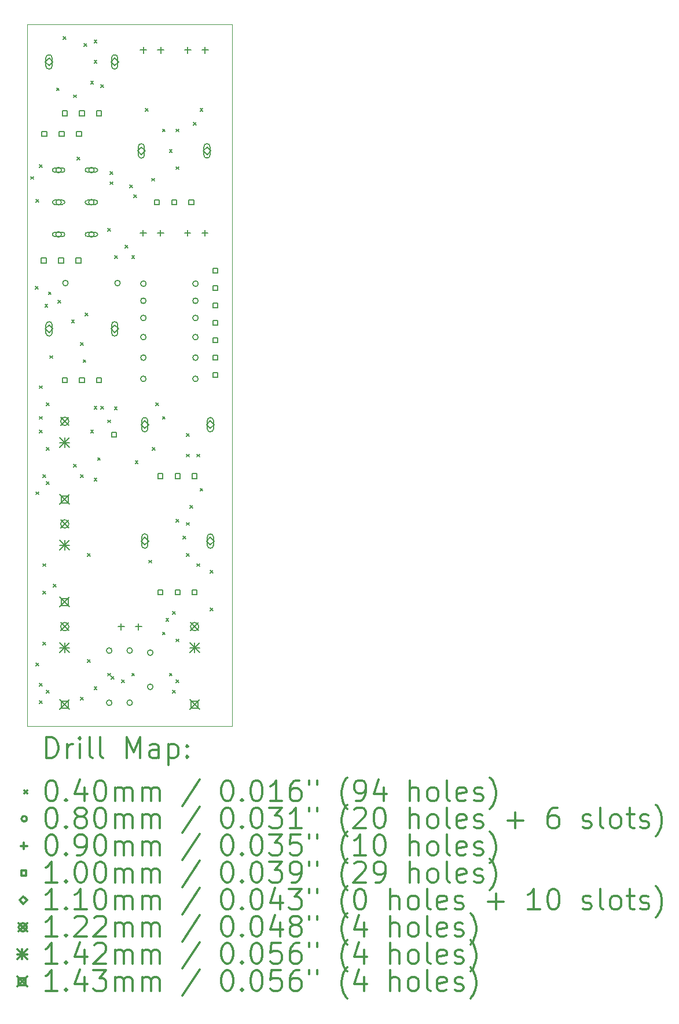
<source format=gbr>
%FSLAX45Y45*%
G04 Gerber Fmt 4.5, Leading zero omitted, Abs format (unit mm)*
G04 Created by KiCad (PCBNEW 5.1.9+dfsg1-1~bpo10+1) date 2022-02-08 03:18:01*
%MOMM*%
%LPD*%
G01*
G04 APERTURE LIST*
%TA.AperFunction,Profile*%
%ADD10C,0.050000*%
%TD*%
%ADD11C,0.200000*%
%ADD12C,0.300000*%
G04 APERTURE END LIST*
D10*
X10200000Y-5300000D02*
X7200000Y-5300000D01*
X10200000Y-15550000D02*
X10200000Y-5300000D01*
X7200000Y-15550000D02*
X10200000Y-15550000D01*
X7200000Y-5300000D02*
X7200000Y-15550000D01*
D11*
X7255000Y-7525000D02*
X7295000Y-7565000D01*
X7295000Y-7525000D02*
X7255000Y-7565000D01*
X7320000Y-9130000D02*
X7360000Y-9170000D01*
X7360000Y-9130000D02*
X7320000Y-9170000D01*
X7330000Y-7860000D02*
X7370000Y-7900000D01*
X7370000Y-7860000D02*
X7330000Y-7900000D01*
X7330000Y-12130000D02*
X7370000Y-12170000D01*
X7370000Y-12130000D02*
X7330000Y-12170000D01*
X7330000Y-14630000D02*
X7370000Y-14670000D01*
X7370000Y-14630000D02*
X7330000Y-14670000D01*
X7380000Y-7350000D02*
X7420000Y-7390000D01*
X7420000Y-7350000D02*
X7380000Y-7390000D01*
X7380000Y-10580000D02*
X7420000Y-10620000D01*
X7420000Y-10580000D02*
X7380000Y-10620000D01*
X7380000Y-11030000D02*
X7420000Y-11070000D01*
X7420000Y-11030000D02*
X7380000Y-11070000D01*
X7380000Y-11230000D02*
X7420000Y-11270000D01*
X7420000Y-11230000D02*
X7380000Y-11270000D01*
X7380000Y-14930000D02*
X7420000Y-14970000D01*
X7420000Y-14930000D02*
X7380000Y-14970000D01*
X7380000Y-15180000D02*
X7420000Y-15220000D01*
X7420000Y-15180000D02*
X7380000Y-15220000D01*
X7430000Y-11880000D02*
X7470000Y-11920000D01*
X7470000Y-11880000D02*
X7430000Y-11920000D01*
X7430000Y-13180000D02*
X7470000Y-13220000D01*
X7470000Y-13180000D02*
X7430000Y-13220000D01*
X7430000Y-13580000D02*
X7470000Y-13620000D01*
X7470000Y-13580000D02*
X7430000Y-13620000D01*
X7430000Y-14330000D02*
X7470000Y-14370000D01*
X7470000Y-14330000D02*
X7430000Y-14370000D01*
X7460000Y-9390000D02*
X7500000Y-9430000D01*
X7500000Y-9390000D02*
X7460000Y-9430000D01*
X7480000Y-10830000D02*
X7520000Y-10870000D01*
X7520000Y-10830000D02*
X7480000Y-10870000D01*
X7480000Y-11480000D02*
X7520000Y-11520000D01*
X7520000Y-11480000D02*
X7480000Y-11520000D01*
X7480000Y-11980000D02*
X7520000Y-12020000D01*
X7520000Y-11980000D02*
X7480000Y-12020000D01*
X7480000Y-15030000D02*
X7520000Y-15070000D01*
X7520000Y-15030000D02*
X7480000Y-15070000D01*
X7510000Y-9210000D02*
X7550000Y-9250000D01*
X7550000Y-9210000D02*
X7510000Y-9250000D01*
X7530000Y-10140000D02*
X7570000Y-10180000D01*
X7570000Y-10140000D02*
X7530000Y-10180000D01*
X7580000Y-13480000D02*
X7620000Y-13520000D01*
X7620000Y-13480000D02*
X7580000Y-13520000D01*
X7630000Y-6230000D02*
X7670000Y-6270000D01*
X7670000Y-6230000D02*
X7630000Y-6270000D01*
X7650000Y-9330000D02*
X7690000Y-9370000D01*
X7690000Y-9330000D02*
X7650000Y-9370000D01*
X7730000Y-5480000D02*
X7770000Y-5520000D01*
X7770000Y-5480000D02*
X7730000Y-5520000D01*
X7850000Y-9620000D02*
X7890000Y-9660000D01*
X7890000Y-9620000D02*
X7850000Y-9660000D01*
X7880000Y-6330000D02*
X7920000Y-6370000D01*
X7920000Y-6330000D02*
X7880000Y-6370000D01*
X7880000Y-11730000D02*
X7920000Y-11770000D01*
X7920000Y-11730000D02*
X7880000Y-11770000D01*
X7930000Y-7240000D02*
X7970000Y-7280000D01*
X7970000Y-7240000D02*
X7930000Y-7280000D01*
X7980000Y-9950000D02*
X8020000Y-9990000D01*
X8020000Y-9950000D02*
X7980000Y-9990000D01*
X7980000Y-11880000D02*
X8020000Y-11920000D01*
X8020000Y-11880000D02*
X7980000Y-11920000D01*
X7980000Y-15130000D02*
X8020000Y-15170000D01*
X8020000Y-15130000D02*
X7980000Y-15170000D01*
X8020000Y-10200000D02*
X8060000Y-10240000D01*
X8060000Y-10200000D02*
X8020000Y-10240000D01*
X8030000Y-5580000D02*
X8070000Y-5620000D01*
X8070000Y-5580000D02*
X8030000Y-5620000D01*
X8050000Y-9520000D02*
X8090000Y-9560000D01*
X8090000Y-9520000D02*
X8050000Y-9560000D01*
X8080000Y-13030000D02*
X8120000Y-13070000D01*
X8120000Y-13030000D02*
X8080000Y-13070000D01*
X8080000Y-14580000D02*
X8120000Y-14620000D01*
X8120000Y-14580000D02*
X8080000Y-14620000D01*
X8130000Y-6130000D02*
X8170000Y-6170000D01*
X8170000Y-6130000D02*
X8130000Y-6170000D01*
X8130000Y-11230000D02*
X8170000Y-11270000D01*
X8170000Y-11230000D02*
X8130000Y-11270000D01*
X8180000Y-5530000D02*
X8220000Y-5570000D01*
X8220000Y-5530000D02*
X8180000Y-5570000D01*
X8180000Y-5830000D02*
X8220000Y-5870000D01*
X8220000Y-5830000D02*
X8180000Y-5870000D01*
X8180000Y-10880000D02*
X8220000Y-10920000D01*
X8220000Y-10880000D02*
X8180000Y-10920000D01*
X8180000Y-11930000D02*
X8220000Y-11970000D01*
X8220000Y-11930000D02*
X8180000Y-11970000D01*
X8180000Y-14980000D02*
X8220000Y-15020000D01*
X8220000Y-14980000D02*
X8180000Y-15020000D01*
X8230000Y-11630000D02*
X8270000Y-11670000D01*
X8270000Y-11630000D02*
X8230000Y-11670000D01*
X8280000Y-6180000D02*
X8320000Y-6220000D01*
X8320000Y-6180000D02*
X8280000Y-6220000D01*
X8280000Y-10880000D02*
X8320000Y-10920000D01*
X8320000Y-10880000D02*
X8280000Y-10920000D01*
X8380000Y-8280000D02*
X8420000Y-8320000D01*
X8420000Y-8280000D02*
X8380000Y-8320000D01*
X8380000Y-11080000D02*
X8420000Y-11120000D01*
X8420000Y-11080000D02*
X8380000Y-11120000D01*
X8380000Y-14780000D02*
X8420000Y-14820000D01*
X8420000Y-14780000D02*
X8380000Y-14820000D01*
X8410000Y-7450000D02*
X8450000Y-7490000D01*
X8450000Y-7450000D02*
X8410000Y-7490000D01*
X8410000Y-7600000D02*
X8450000Y-7640000D01*
X8450000Y-7600000D02*
X8410000Y-7640000D01*
X8430000Y-14830000D02*
X8470000Y-14870000D01*
X8470000Y-14830000D02*
X8430000Y-14870000D01*
X8476300Y-10889300D02*
X8516300Y-10929300D01*
X8516300Y-10889300D02*
X8476300Y-10929300D01*
X8480000Y-8680000D02*
X8520000Y-8720000D01*
X8520000Y-8680000D02*
X8480000Y-8720000D01*
X8580000Y-14880000D02*
X8620000Y-14920000D01*
X8620000Y-14880000D02*
X8580000Y-14920000D01*
X8630000Y-8530000D02*
X8670000Y-8570000D01*
X8670000Y-8530000D02*
X8630000Y-8570000D01*
X8700000Y-7650000D02*
X8740000Y-7690000D01*
X8740000Y-7650000D02*
X8700000Y-7690000D01*
X8730000Y-8680000D02*
X8770000Y-8720000D01*
X8770000Y-8680000D02*
X8730000Y-8720000D01*
X8730000Y-14780000D02*
X8770000Y-14820000D01*
X8770000Y-14780000D02*
X8730000Y-14820000D01*
X8760000Y-7790000D02*
X8800000Y-7830000D01*
X8800000Y-7790000D02*
X8760000Y-7830000D01*
X8780000Y-11680000D02*
X8820000Y-11720000D01*
X8820000Y-11680000D02*
X8780000Y-11720000D01*
X8930000Y-6530000D02*
X8970000Y-6570000D01*
X8970000Y-6530000D02*
X8930000Y-6570000D01*
X8980000Y-13130000D02*
X9020000Y-13170000D01*
X9020000Y-13130000D02*
X8980000Y-13170000D01*
X9020000Y-7550000D02*
X9060000Y-7590000D01*
X9060000Y-7550000D02*
X9020000Y-7590000D01*
X9030000Y-11480000D02*
X9070000Y-11520000D01*
X9070000Y-11480000D02*
X9030000Y-11520000D01*
X9080000Y-10830000D02*
X9120000Y-10870000D01*
X9120000Y-10830000D02*
X9080000Y-10870000D01*
X9180000Y-6830000D02*
X9220000Y-6870000D01*
X9220000Y-6830000D02*
X9180000Y-6870000D01*
X9180000Y-11030000D02*
X9220000Y-11070000D01*
X9220000Y-11030000D02*
X9180000Y-11070000D01*
X9180000Y-14180000D02*
X9220000Y-14220000D01*
X9220000Y-14180000D02*
X9180000Y-14220000D01*
X9230000Y-13980000D02*
X9270000Y-14020000D01*
X9270000Y-13980000D02*
X9230000Y-14020000D01*
X9280000Y-7130000D02*
X9320000Y-7170000D01*
X9320000Y-7130000D02*
X9280000Y-7170000D01*
X9280000Y-14780000D02*
X9320000Y-14820000D01*
X9320000Y-14780000D02*
X9280000Y-14820000D01*
X9330000Y-13880000D02*
X9370000Y-13920000D01*
X9370000Y-13880000D02*
X9330000Y-13920000D01*
X9330000Y-15030000D02*
X9370000Y-15070000D01*
X9370000Y-15030000D02*
X9330000Y-15070000D01*
X9380000Y-6830000D02*
X9420000Y-6870000D01*
X9420000Y-6830000D02*
X9380000Y-6870000D01*
X9380000Y-7380000D02*
X9420000Y-7420000D01*
X9420000Y-7380000D02*
X9380000Y-7420000D01*
X9380000Y-12530000D02*
X9420000Y-12570000D01*
X9420000Y-12530000D02*
X9380000Y-12570000D01*
X9380000Y-14280000D02*
X9420000Y-14320000D01*
X9420000Y-14280000D02*
X9380000Y-14320000D01*
X9380000Y-14880000D02*
X9420000Y-14920000D01*
X9420000Y-14880000D02*
X9380000Y-14920000D01*
X9480000Y-12780000D02*
X9520000Y-12820000D01*
X9520000Y-12780000D02*
X9480000Y-12820000D01*
X9530000Y-11280000D02*
X9570000Y-11320000D01*
X9570000Y-11280000D02*
X9530000Y-11320000D01*
X9530000Y-11580000D02*
X9570000Y-11620000D01*
X9570000Y-11580000D02*
X9530000Y-11620000D01*
X9530000Y-12580000D02*
X9570000Y-12620000D01*
X9570000Y-12580000D02*
X9530000Y-12620000D01*
X9530000Y-13030000D02*
X9570000Y-13070000D01*
X9570000Y-13030000D02*
X9530000Y-13070000D01*
X9580000Y-12330000D02*
X9620000Y-12370000D01*
X9620000Y-12330000D02*
X9580000Y-12370000D01*
X9630000Y-6730000D02*
X9670000Y-6770000D01*
X9670000Y-6730000D02*
X9630000Y-6770000D01*
X9680000Y-11580000D02*
X9720000Y-11620000D01*
X9720000Y-11580000D02*
X9680000Y-11620000D01*
X9680000Y-13180000D02*
X9720000Y-13220000D01*
X9720000Y-13180000D02*
X9680000Y-13220000D01*
X9730000Y-6530000D02*
X9770000Y-6570000D01*
X9770000Y-6530000D02*
X9730000Y-6570000D01*
X9730000Y-12080000D02*
X9770000Y-12120000D01*
X9770000Y-12080000D02*
X9730000Y-12120000D01*
X9880000Y-13280000D02*
X9920000Y-13320000D01*
X9920000Y-13280000D02*
X9880000Y-13320000D01*
X9880000Y-13830000D02*
X9920000Y-13870000D01*
X9920000Y-13830000D02*
X9880000Y-13870000D01*
X7700000Y-7430000D02*
G75*
G03*
X7700000Y-7430000I-40000J0D01*
G01*
X7720000Y-7400000D02*
X7600000Y-7400000D01*
X7720000Y-7460000D02*
X7600000Y-7460000D01*
X7600000Y-7400000D02*
G75*
G03*
X7600000Y-7460000I0J-30000D01*
G01*
X7720000Y-7460000D02*
G75*
G03*
X7720000Y-7400000I0J30000D01*
G01*
X7700000Y-7900000D02*
G75*
G03*
X7700000Y-7900000I-40000J0D01*
G01*
X7720000Y-7870000D02*
X7600000Y-7870000D01*
X7720000Y-7930000D02*
X7600000Y-7930000D01*
X7600000Y-7870000D02*
G75*
G03*
X7600000Y-7930000I0J-30000D01*
G01*
X7720000Y-7930000D02*
G75*
G03*
X7720000Y-7870000I0J30000D01*
G01*
X7700000Y-8370000D02*
G75*
G03*
X7700000Y-8370000I-40000J0D01*
G01*
X7720000Y-8340000D02*
X7600000Y-8340000D01*
X7720000Y-8400000D02*
X7600000Y-8400000D01*
X7600000Y-8340000D02*
G75*
G03*
X7600000Y-8400000I0J-30000D01*
G01*
X7720000Y-8400000D02*
G75*
G03*
X7720000Y-8340000I0J30000D01*
G01*
X7800000Y-9080000D02*
G75*
G03*
X7800000Y-9080000I-40000J0D01*
G01*
X8180000Y-7430000D02*
G75*
G03*
X8180000Y-7430000I-40000J0D01*
G01*
X8200000Y-7400000D02*
X8080000Y-7400000D01*
X8200000Y-7460000D02*
X8080000Y-7460000D01*
X8080000Y-7400000D02*
G75*
G03*
X8080000Y-7460000I0J-30000D01*
G01*
X8200000Y-7460000D02*
G75*
G03*
X8200000Y-7400000I0J30000D01*
G01*
X8180000Y-7900000D02*
G75*
G03*
X8180000Y-7900000I-40000J0D01*
G01*
X8200000Y-7870000D02*
X8080000Y-7870000D01*
X8200000Y-7930000D02*
X8080000Y-7930000D01*
X8080000Y-7870000D02*
G75*
G03*
X8080000Y-7930000I0J-30000D01*
G01*
X8200000Y-7930000D02*
G75*
G03*
X8200000Y-7870000I0J30000D01*
G01*
X8180000Y-8370000D02*
G75*
G03*
X8180000Y-8370000I-40000J0D01*
G01*
X8200000Y-8340000D02*
X8080000Y-8340000D01*
X8200000Y-8400000D02*
X8080000Y-8400000D01*
X8080000Y-8340000D02*
G75*
G03*
X8080000Y-8400000I0J-30000D01*
G01*
X8200000Y-8400000D02*
G75*
G03*
X8200000Y-8340000I0J30000D01*
G01*
X8440000Y-14450000D02*
G75*
G03*
X8440000Y-14450000I-40000J0D01*
G01*
X8440000Y-15212000D02*
G75*
G03*
X8440000Y-15212000I-40000J0D01*
G01*
X8562000Y-9080000D02*
G75*
G03*
X8562000Y-9080000I-40000J0D01*
G01*
X8740000Y-14450000D02*
G75*
G03*
X8740000Y-14450000I-40000J0D01*
G01*
X8740000Y-15212000D02*
G75*
G03*
X8740000Y-15212000I-40000J0D01*
G01*
X8940000Y-9090000D02*
G75*
G03*
X8940000Y-9090000I-40000J0D01*
G01*
X8940000Y-9340000D02*
G75*
G03*
X8940000Y-9340000I-40000J0D01*
G01*
X8940000Y-9590000D02*
G75*
G03*
X8940000Y-9590000I-40000J0D01*
G01*
X8940000Y-9870000D02*
G75*
G03*
X8940000Y-9870000I-40000J0D01*
G01*
X8940000Y-10170000D02*
G75*
G03*
X8940000Y-10170000I-40000J0D01*
G01*
X8940000Y-10480000D02*
G75*
G03*
X8940000Y-10480000I-40000J0D01*
G01*
X9040000Y-14480000D02*
G75*
G03*
X9040000Y-14480000I-40000J0D01*
G01*
X9040000Y-14980000D02*
G75*
G03*
X9040000Y-14980000I-40000J0D01*
G01*
X9702000Y-9090000D02*
G75*
G03*
X9702000Y-9090000I-40000J0D01*
G01*
X9702000Y-9340000D02*
G75*
G03*
X9702000Y-9340000I-40000J0D01*
G01*
X9702000Y-9590000D02*
G75*
G03*
X9702000Y-9590000I-40000J0D01*
G01*
X9702000Y-9870000D02*
G75*
G03*
X9702000Y-9870000I-40000J0D01*
G01*
X9702000Y-10170000D02*
G75*
G03*
X9702000Y-10170000I-40000J0D01*
G01*
X9702000Y-10480000D02*
G75*
G03*
X9702000Y-10480000I-40000J0D01*
G01*
X8575000Y-14055000D02*
X8575000Y-14145000D01*
X8530000Y-14100000D02*
X8620000Y-14100000D01*
X8829000Y-14055000D02*
X8829000Y-14145000D01*
X8784000Y-14100000D02*
X8874000Y-14100000D01*
X8896000Y-8305000D02*
X8896000Y-8395000D01*
X8851000Y-8350000D02*
X8941000Y-8350000D01*
X8900000Y-5630000D02*
X8900000Y-5720000D01*
X8855000Y-5675000D02*
X8945000Y-5675000D01*
X9150000Y-8305000D02*
X9150000Y-8395000D01*
X9105000Y-8350000D02*
X9195000Y-8350000D01*
X9154000Y-5630000D02*
X9154000Y-5720000D01*
X9109000Y-5675000D02*
X9199000Y-5675000D01*
X9546000Y-8305000D02*
X9546000Y-8395000D01*
X9501000Y-8350000D02*
X9591000Y-8350000D01*
X9550000Y-5630000D02*
X9550000Y-5720000D01*
X9505000Y-5675000D02*
X9595000Y-5675000D01*
X9800000Y-8305000D02*
X9800000Y-8395000D01*
X9755000Y-8350000D02*
X9845000Y-8350000D01*
X9804000Y-5630000D02*
X9804000Y-5720000D01*
X9759000Y-5675000D02*
X9849000Y-5675000D01*
X7477356Y-8785356D02*
X7477356Y-8714644D01*
X7406644Y-8714644D01*
X7406644Y-8785356D01*
X7477356Y-8785356D01*
X7485356Y-6935356D02*
X7485356Y-6864644D01*
X7414644Y-6864644D01*
X7414644Y-6935356D01*
X7485356Y-6935356D01*
X7731356Y-8785356D02*
X7731356Y-8714644D01*
X7660644Y-8714644D01*
X7660644Y-8785356D01*
X7731356Y-8785356D01*
X7739356Y-6935356D02*
X7739356Y-6864644D01*
X7668644Y-6864644D01*
X7668644Y-6935356D01*
X7739356Y-6935356D01*
X7785356Y-6635356D02*
X7785356Y-6564644D01*
X7714644Y-6564644D01*
X7714644Y-6635356D01*
X7785356Y-6635356D01*
X7785356Y-10535356D02*
X7785356Y-10464644D01*
X7714644Y-10464644D01*
X7714644Y-10535356D01*
X7785356Y-10535356D01*
X7985356Y-8785356D02*
X7985356Y-8714644D01*
X7914644Y-8714644D01*
X7914644Y-8785356D01*
X7985356Y-8785356D01*
X7993356Y-6935356D02*
X7993356Y-6864644D01*
X7922644Y-6864644D01*
X7922644Y-6935356D01*
X7993356Y-6935356D01*
X8035356Y-6635356D02*
X8035356Y-6564644D01*
X7964644Y-6564644D01*
X7964644Y-6635356D01*
X8035356Y-6635356D01*
X8035356Y-10535356D02*
X8035356Y-10464644D01*
X7964644Y-10464644D01*
X7964644Y-10535356D01*
X8035356Y-10535356D01*
X8285356Y-6635356D02*
X8285356Y-6564644D01*
X8214644Y-6564644D01*
X8214644Y-6635356D01*
X8285356Y-6635356D01*
X8285356Y-10535356D02*
X8285356Y-10464644D01*
X8214644Y-10464644D01*
X8214644Y-10535356D01*
X8285356Y-10535356D01*
X8506256Y-11333356D02*
X8506256Y-11262644D01*
X8435544Y-11262644D01*
X8435544Y-11333356D01*
X8506256Y-11333356D01*
X9135356Y-7935356D02*
X9135356Y-7864644D01*
X9064644Y-7864644D01*
X9064644Y-7935356D01*
X9135356Y-7935356D01*
X9185356Y-11935356D02*
X9185356Y-11864644D01*
X9114644Y-11864644D01*
X9114644Y-11935356D01*
X9185356Y-11935356D01*
X9185356Y-13635356D02*
X9185356Y-13564644D01*
X9114644Y-13564644D01*
X9114644Y-13635356D01*
X9185356Y-13635356D01*
X9385356Y-7935356D02*
X9385356Y-7864644D01*
X9314644Y-7864644D01*
X9314644Y-7935356D01*
X9385356Y-7935356D01*
X9435356Y-11935356D02*
X9435356Y-11864644D01*
X9364644Y-11864644D01*
X9364644Y-11935356D01*
X9435356Y-11935356D01*
X9435356Y-13635356D02*
X9435356Y-13564644D01*
X9364644Y-13564644D01*
X9364644Y-13635356D01*
X9435356Y-13635356D01*
X9635356Y-7935356D02*
X9635356Y-7864644D01*
X9564644Y-7864644D01*
X9564644Y-7935356D01*
X9635356Y-7935356D01*
X9685356Y-11935356D02*
X9685356Y-11864644D01*
X9614644Y-11864644D01*
X9614644Y-11935356D01*
X9685356Y-11935356D01*
X9685356Y-13635356D02*
X9685356Y-13564644D01*
X9614644Y-13564644D01*
X9614644Y-13635356D01*
X9685356Y-13635356D01*
X9985356Y-8935356D02*
X9985356Y-8864644D01*
X9914644Y-8864644D01*
X9914644Y-8935356D01*
X9985356Y-8935356D01*
X9985356Y-9189356D02*
X9985356Y-9118644D01*
X9914644Y-9118644D01*
X9914644Y-9189356D01*
X9985356Y-9189356D01*
X9985356Y-9443356D02*
X9985356Y-9372644D01*
X9914644Y-9372644D01*
X9914644Y-9443356D01*
X9985356Y-9443356D01*
X9985356Y-9697356D02*
X9985356Y-9626644D01*
X9914644Y-9626644D01*
X9914644Y-9697356D01*
X9985356Y-9697356D01*
X9985356Y-9951356D02*
X9985356Y-9880644D01*
X9914644Y-9880644D01*
X9914644Y-9951356D01*
X9985356Y-9951356D01*
X9985356Y-10205356D02*
X9985356Y-10134644D01*
X9914644Y-10134644D01*
X9914644Y-10205356D01*
X9985356Y-10205356D01*
X9985356Y-10459356D02*
X9985356Y-10388644D01*
X9914644Y-10388644D01*
X9914644Y-10459356D01*
X9985356Y-10459356D01*
X7520000Y-5905000D02*
X7575000Y-5850000D01*
X7520000Y-5795000D01*
X7465000Y-5850000D01*
X7520000Y-5905000D01*
X7565000Y-5910000D02*
X7565000Y-5790000D01*
X7475000Y-5910000D02*
X7475000Y-5790000D01*
X7565000Y-5790000D02*
G75*
G03*
X7475000Y-5790000I-45000J0D01*
G01*
X7475000Y-5910000D02*
G75*
G03*
X7565000Y-5910000I45000J0D01*
G01*
X7520000Y-9805000D02*
X7575000Y-9750000D01*
X7520000Y-9695000D01*
X7465000Y-9750000D01*
X7520000Y-9805000D01*
X7565000Y-9810000D02*
X7565000Y-9690000D01*
X7475000Y-9810000D02*
X7475000Y-9690000D01*
X7565000Y-9690000D02*
G75*
G03*
X7475000Y-9690000I-45000J0D01*
G01*
X7475000Y-9810000D02*
G75*
G03*
X7565000Y-9810000I45000J0D01*
G01*
X8480000Y-5905000D02*
X8535000Y-5850000D01*
X8480000Y-5795000D01*
X8425000Y-5850000D01*
X8480000Y-5905000D01*
X8525000Y-5910000D02*
X8525000Y-5790000D01*
X8435000Y-5910000D02*
X8435000Y-5790000D01*
X8525000Y-5790000D02*
G75*
G03*
X8435000Y-5790000I-45000J0D01*
G01*
X8435000Y-5910000D02*
G75*
G03*
X8525000Y-5910000I45000J0D01*
G01*
X8480000Y-9805000D02*
X8535000Y-9750000D01*
X8480000Y-9695000D01*
X8425000Y-9750000D01*
X8480000Y-9805000D01*
X8525000Y-9810000D02*
X8525000Y-9690000D01*
X8435000Y-9810000D02*
X8435000Y-9690000D01*
X8525000Y-9690000D02*
G75*
G03*
X8435000Y-9690000I-45000J0D01*
G01*
X8435000Y-9810000D02*
G75*
G03*
X8525000Y-9810000I45000J0D01*
G01*
X8870000Y-7205000D02*
X8925000Y-7150000D01*
X8870000Y-7095000D01*
X8815000Y-7150000D01*
X8870000Y-7205000D01*
X8915000Y-7210000D02*
X8915000Y-7090000D01*
X8825000Y-7210000D02*
X8825000Y-7090000D01*
X8915000Y-7090000D02*
G75*
G03*
X8825000Y-7090000I-45000J0D01*
G01*
X8825000Y-7210000D02*
G75*
G03*
X8915000Y-7210000I45000J0D01*
G01*
X8920000Y-11205000D02*
X8975000Y-11150000D01*
X8920000Y-11095000D01*
X8865000Y-11150000D01*
X8920000Y-11205000D01*
X8965000Y-11210000D02*
X8965000Y-11090000D01*
X8875000Y-11210000D02*
X8875000Y-11090000D01*
X8965000Y-11090000D02*
G75*
G03*
X8875000Y-11090000I-45000J0D01*
G01*
X8875000Y-11210000D02*
G75*
G03*
X8965000Y-11210000I45000J0D01*
G01*
X8920000Y-12905000D02*
X8975000Y-12850000D01*
X8920000Y-12795000D01*
X8865000Y-12850000D01*
X8920000Y-12905000D01*
X8965000Y-12910000D02*
X8965000Y-12790000D01*
X8875000Y-12910000D02*
X8875000Y-12790000D01*
X8965000Y-12790000D02*
G75*
G03*
X8875000Y-12790000I-45000J0D01*
G01*
X8875000Y-12910000D02*
G75*
G03*
X8965000Y-12910000I45000J0D01*
G01*
X9830000Y-7205000D02*
X9885000Y-7150000D01*
X9830000Y-7095000D01*
X9775000Y-7150000D01*
X9830000Y-7205000D01*
X9875000Y-7210000D02*
X9875000Y-7090000D01*
X9785000Y-7210000D02*
X9785000Y-7090000D01*
X9875000Y-7090000D02*
G75*
G03*
X9785000Y-7090000I-45000J0D01*
G01*
X9785000Y-7210000D02*
G75*
G03*
X9875000Y-7210000I45000J0D01*
G01*
X9880000Y-11205000D02*
X9935000Y-11150000D01*
X9880000Y-11095000D01*
X9825000Y-11150000D01*
X9880000Y-11205000D01*
X9925000Y-11210000D02*
X9925000Y-11090000D01*
X9835000Y-11210000D02*
X9835000Y-11090000D01*
X9925000Y-11090000D02*
G75*
G03*
X9835000Y-11090000I-45000J0D01*
G01*
X9835000Y-11210000D02*
G75*
G03*
X9925000Y-11210000I45000J0D01*
G01*
X9880000Y-12905000D02*
X9935000Y-12850000D01*
X9880000Y-12795000D01*
X9825000Y-12850000D01*
X9880000Y-12905000D01*
X9925000Y-12910000D02*
X9925000Y-12790000D01*
X9835000Y-12910000D02*
X9835000Y-12790000D01*
X9925000Y-12790000D02*
G75*
G03*
X9835000Y-12790000I-45000J0D01*
G01*
X9835000Y-12910000D02*
G75*
G03*
X9925000Y-12910000I45000J0D01*
G01*
X7689000Y-11039000D02*
X7811000Y-11161000D01*
X7811000Y-11039000D02*
X7689000Y-11161000D01*
X7811000Y-11100000D02*
G75*
G03*
X7811000Y-11100000I-61000J0D01*
G01*
X7689000Y-12539000D02*
X7811000Y-12661000D01*
X7811000Y-12539000D02*
X7689000Y-12661000D01*
X7811000Y-12600000D02*
G75*
G03*
X7811000Y-12600000I-61000J0D01*
G01*
X7689000Y-14039000D02*
X7811000Y-14161000D01*
X7811000Y-14039000D02*
X7689000Y-14161000D01*
X7811000Y-14100000D02*
G75*
G03*
X7811000Y-14100000I-61000J0D01*
G01*
X9589000Y-14039000D02*
X9711000Y-14161000D01*
X9711000Y-14039000D02*
X9589000Y-14161000D01*
X9711000Y-14100000D02*
G75*
G03*
X9711000Y-14100000I-61000J0D01*
G01*
X7679000Y-11339000D02*
X7821000Y-11481000D01*
X7821000Y-11339000D02*
X7679000Y-11481000D01*
X7750000Y-11339000D02*
X7750000Y-11481000D01*
X7679000Y-11410000D02*
X7821000Y-11410000D01*
X7679000Y-12839000D02*
X7821000Y-12981000D01*
X7821000Y-12839000D02*
X7679000Y-12981000D01*
X7750000Y-12839000D02*
X7750000Y-12981000D01*
X7679000Y-12910000D02*
X7821000Y-12910000D01*
X7679000Y-14339000D02*
X7821000Y-14481000D01*
X7821000Y-14339000D02*
X7679000Y-14481000D01*
X7750000Y-14339000D02*
X7750000Y-14481000D01*
X7679000Y-14410000D02*
X7821000Y-14410000D01*
X9579000Y-14339000D02*
X9721000Y-14481000D01*
X9721000Y-14339000D02*
X9579000Y-14481000D01*
X9650000Y-14339000D02*
X9650000Y-14481000D01*
X9579000Y-14410000D02*
X9721000Y-14410000D01*
X7678500Y-12168500D02*
X7821500Y-12311500D01*
X7821500Y-12168500D02*
X7678500Y-12311500D01*
X7800559Y-12290559D02*
X7800559Y-12189441D01*
X7699441Y-12189441D01*
X7699441Y-12290559D01*
X7800559Y-12290559D01*
X7678500Y-13668500D02*
X7821500Y-13811500D01*
X7821500Y-13668500D02*
X7678500Y-13811500D01*
X7800559Y-13790559D02*
X7800559Y-13689441D01*
X7699441Y-13689441D01*
X7699441Y-13790559D01*
X7800559Y-13790559D01*
X7678500Y-15168500D02*
X7821500Y-15311500D01*
X7821500Y-15168500D02*
X7678500Y-15311500D01*
X7800559Y-15290559D02*
X7800559Y-15189441D01*
X7699441Y-15189441D01*
X7699441Y-15290559D01*
X7800559Y-15290559D01*
X9578500Y-15168500D02*
X9721500Y-15311500D01*
X9721500Y-15168500D02*
X9578500Y-15311500D01*
X9700559Y-15290559D02*
X9700559Y-15189441D01*
X9599441Y-15189441D01*
X9599441Y-15290559D01*
X9700559Y-15290559D01*
D12*
X7483928Y-16018214D02*
X7483928Y-15718214D01*
X7555357Y-15718214D01*
X7598214Y-15732500D01*
X7626786Y-15761071D01*
X7641071Y-15789643D01*
X7655357Y-15846786D01*
X7655357Y-15889643D01*
X7641071Y-15946786D01*
X7626786Y-15975357D01*
X7598214Y-16003929D01*
X7555357Y-16018214D01*
X7483928Y-16018214D01*
X7783928Y-16018214D02*
X7783928Y-15818214D01*
X7783928Y-15875357D02*
X7798214Y-15846786D01*
X7812500Y-15832500D01*
X7841071Y-15818214D01*
X7869643Y-15818214D01*
X7969643Y-16018214D02*
X7969643Y-15818214D01*
X7969643Y-15718214D02*
X7955357Y-15732500D01*
X7969643Y-15746786D01*
X7983928Y-15732500D01*
X7969643Y-15718214D01*
X7969643Y-15746786D01*
X8155357Y-16018214D02*
X8126786Y-16003929D01*
X8112500Y-15975357D01*
X8112500Y-15718214D01*
X8312500Y-16018214D02*
X8283928Y-16003929D01*
X8269643Y-15975357D01*
X8269643Y-15718214D01*
X8655357Y-16018214D02*
X8655357Y-15718214D01*
X8755357Y-15932500D01*
X8855357Y-15718214D01*
X8855357Y-16018214D01*
X9126786Y-16018214D02*
X9126786Y-15861071D01*
X9112500Y-15832500D01*
X9083928Y-15818214D01*
X9026786Y-15818214D01*
X8998214Y-15832500D01*
X9126786Y-16003929D02*
X9098214Y-16018214D01*
X9026786Y-16018214D01*
X8998214Y-16003929D01*
X8983928Y-15975357D01*
X8983928Y-15946786D01*
X8998214Y-15918214D01*
X9026786Y-15903929D01*
X9098214Y-15903929D01*
X9126786Y-15889643D01*
X9269643Y-15818214D02*
X9269643Y-16118214D01*
X9269643Y-15832500D02*
X9298214Y-15818214D01*
X9355357Y-15818214D01*
X9383928Y-15832500D01*
X9398214Y-15846786D01*
X9412500Y-15875357D01*
X9412500Y-15961071D01*
X9398214Y-15989643D01*
X9383928Y-16003929D01*
X9355357Y-16018214D01*
X9298214Y-16018214D01*
X9269643Y-16003929D01*
X9541071Y-15989643D02*
X9555357Y-16003929D01*
X9541071Y-16018214D01*
X9526786Y-16003929D01*
X9541071Y-15989643D01*
X9541071Y-16018214D01*
X9541071Y-15832500D02*
X9555357Y-15846786D01*
X9541071Y-15861071D01*
X9526786Y-15846786D01*
X9541071Y-15832500D01*
X9541071Y-15861071D01*
X7157500Y-16492500D02*
X7197500Y-16532500D01*
X7197500Y-16492500D02*
X7157500Y-16532500D01*
X7541071Y-16348214D02*
X7569643Y-16348214D01*
X7598214Y-16362500D01*
X7612500Y-16376786D01*
X7626786Y-16405357D01*
X7641071Y-16462500D01*
X7641071Y-16533929D01*
X7626786Y-16591071D01*
X7612500Y-16619643D01*
X7598214Y-16633929D01*
X7569643Y-16648214D01*
X7541071Y-16648214D01*
X7512500Y-16633929D01*
X7498214Y-16619643D01*
X7483928Y-16591071D01*
X7469643Y-16533929D01*
X7469643Y-16462500D01*
X7483928Y-16405357D01*
X7498214Y-16376786D01*
X7512500Y-16362500D01*
X7541071Y-16348214D01*
X7769643Y-16619643D02*
X7783928Y-16633929D01*
X7769643Y-16648214D01*
X7755357Y-16633929D01*
X7769643Y-16619643D01*
X7769643Y-16648214D01*
X8041071Y-16448214D02*
X8041071Y-16648214D01*
X7969643Y-16333929D02*
X7898214Y-16548214D01*
X8083928Y-16548214D01*
X8255357Y-16348214D02*
X8283928Y-16348214D01*
X8312500Y-16362500D01*
X8326786Y-16376786D01*
X8341071Y-16405357D01*
X8355357Y-16462500D01*
X8355357Y-16533929D01*
X8341071Y-16591071D01*
X8326786Y-16619643D01*
X8312500Y-16633929D01*
X8283928Y-16648214D01*
X8255357Y-16648214D01*
X8226786Y-16633929D01*
X8212500Y-16619643D01*
X8198214Y-16591071D01*
X8183928Y-16533929D01*
X8183928Y-16462500D01*
X8198214Y-16405357D01*
X8212500Y-16376786D01*
X8226786Y-16362500D01*
X8255357Y-16348214D01*
X8483928Y-16648214D02*
X8483928Y-16448214D01*
X8483928Y-16476786D02*
X8498214Y-16462500D01*
X8526786Y-16448214D01*
X8569643Y-16448214D01*
X8598214Y-16462500D01*
X8612500Y-16491071D01*
X8612500Y-16648214D01*
X8612500Y-16491071D02*
X8626786Y-16462500D01*
X8655357Y-16448214D01*
X8698214Y-16448214D01*
X8726786Y-16462500D01*
X8741071Y-16491071D01*
X8741071Y-16648214D01*
X8883928Y-16648214D02*
X8883928Y-16448214D01*
X8883928Y-16476786D02*
X8898214Y-16462500D01*
X8926786Y-16448214D01*
X8969643Y-16448214D01*
X8998214Y-16462500D01*
X9012500Y-16491071D01*
X9012500Y-16648214D01*
X9012500Y-16491071D02*
X9026786Y-16462500D01*
X9055357Y-16448214D01*
X9098214Y-16448214D01*
X9126786Y-16462500D01*
X9141071Y-16491071D01*
X9141071Y-16648214D01*
X9726786Y-16333929D02*
X9469643Y-16719643D01*
X10112500Y-16348214D02*
X10141071Y-16348214D01*
X10169643Y-16362500D01*
X10183928Y-16376786D01*
X10198214Y-16405357D01*
X10212500Y-16462500D01*
X10212500Y-16533929D01*
X10198214Y-16591071D01*
X10183928Y-16619643D01*
X10169643Y-16633929D01*
X10141071Y-16648214D01*
X10112500Y-16648214D01*
X10083928Y-16633929D01*
X10069643Y-16619643D01*
X10055357Y-16591071D01*
X10041071Y-16533929D01*
X10041071Y-16462500D01*
X10055357Y-16405357D01*
X10069643Y-16376786D01*
X10083928Y-16362500D01*
X10112500Y-16348214D01*
X10341071Y-16619643D02*
X10355357Y-16633929D01*
X10341071Y-16648214D01*
X10326786Y-16633929D01*
X10341071Y-16619643D01*
X10341071Y-16648214D01*
X10541071Y-16348214D02*
X10569643Y-16348214D01*
X10598214Y-16362500D01*
X10612500Y-16376786D01*
X10626786Y-16405357D01*
X10641071Y-16462500D01*
X10641071Y-16533929D01*
X10626786Y-16591071D01*
X10612500Y-16619643D01*
X10598214Y-16633929D01*
X10569643Y-16648214D01*
X10541071Y-16648214D01*
X10512500Y-16633929D01*
X10498214Y-16619643D01*
X10483928Y-16591071D01*
X10469643Y-16533929D01*
X10469643Y-16462500D01*
X10483928Y-16405357D01*
X10498214Y-16376786D01*
X10512500Y-16362500D01*
X10541071Y-16348214D01*
X10926786Y-16648214D02*
X10755357Y-16648214D01*
X10841071Y-16648214D02*
X10841071Y-16348214D01*
X10812500Y-16391071D01*
X10783928Y-16419643D01*
X10755357Y-16433929D01*
X11183928Y-16348214D02*
X11126786Y-16348214D01*
X11098214Y-16362500D01*
X11083928Y-16376786D01*
X11055357Y-16419643D01*
X11041071Y-16476786D01*
X11041071Y-16591071D01*
X11055357Y-16619643D01*
X11069643Y-16633929D01*
X11098214Y-16648214D01*
X11155357Y-16648214D01*
X11183928Y-16633929D01*
X11198214Y-16619643D01*
X11212500Y-16591071D01*
X11212500Y-16519643D01*
X11198214Y-16491071D01*
X11183928Y-16476786D01*
X11155357Y-16462500D01*
X11098214Y-16462500D01*
X11069643Y-16476786D01*
X11055357Y-16491071D01*
X11041071Y-16519643D01*
X11326786Y-16348214D02*
X11326786Y-16405357D01*
X11441071Y-16348214D02*
X11441071Y-16405357D01*
X11883928Y-16762500D02*
X11869643Y-16748214D01*
X11841071Y-16705357D01*
X11826786Y-16676786D01*
X11812500Y-16633929D01*
X11798214Y-16562500D01*
X11798214Y-16505357D01*
X11812500Y-16433929D01*
X11826786Y-16391071D01*
X11841071Y-16362500D01*
X11869643Y-16319643D01*
X11883928Y-16305357D01*
X12012500Y-16648214D02*
X12069643Y-16648214D01*
X12098214Y-16633929D01*
X12112500Y-16619643D01*
X12141071Y-16576786D01*
X12155357Y-16519643D01*
X12155357Y-16405357D01*
X12141071Y-16376786D01*
X12126786Y-16362500D01*
X12098214Y-16348214D01*
X12041071Y-16348214D01*
X12012500Y-16362500D01*
X11998214Y-16376786D01*
X11983928Y-16405357D01*
X11983928Y-16476786D01*
X11998214Y-16505357D01*
X12012500Y-16519643D01*
X12041071Y-16533929D01*
X12098214Y-16533929D01*
X12126786Y-16519643D01*
X12141071Y-16505357D01*
X12155357Y-16476786D01*
X12412500Y-16448214D02*
X12412500Y-16648214D01*
X12341071Y-16333929D02*
X12269643Y-16548214D01*
X12455357Y-16548214D01*
X12798214Y-16648214D02*
X12798214Y-16348214D01*
X12926786Y-16648214D02*
X12926786Y-16491071D01*
X12912500Y-16462500D01*
X12883928Y-16448214D01*
X12841071Y-16448214D01*
X12812500Y-16462500D01*
X12798214Y-16476786D01*
X13112500Y-16648214D02*
X13083928Y-16633929D01*
X13069643Y-16619643D01*
X13055357Y-16591071D01*
X13055357Y-16505357D01*
X13069643Y-16476786D01*
X13083928Y-16462500D01*
X13112500Y-16448214D01*
X13155357Y-16448214D01*
X13183928Y-16462500D01*
X13198214Y-16476786D01*
X13212500Y-16505357D01*
X13212500Y-16591071D01*
X13198214Y-16619643D01*
X13183928Y-16633929D01*
X13155357Y-16648214D01*
X13112500Y-16648214D01*
X13383928Y-16648214D02*
X13355357Y-16633929D01*
X13341071Y-16605357D01*
X13341071Y-16348214D01*
X13612500Y-16633929D02*
X13583928Y-16648214D01*
X13526786Y-16648214D01*
X13498214Y-16633929D01*
X13483928Y-16605357D01*
X13483928Y-16491071D01*
X13498214Y-16462500D01*
X13526786Y-16448214D01*
X13583928Y-16448214D01*
X13612500Y-16462500D01*
X13626786Y-16491071D01*
X13626786Y-16519643D01*
X13483928Y-16548214D01*
X13741071Y-16633929D02*
X13769643Y-16648214D01*
X13826786Y-16648214D01*
X13855357Y-16633929D01*
X13869643Y-16605357D01*
X13869643Y-16591071D01*
X13855357Y-16562500D01*
X13826786Y-16548214D01*
X13783928Y-16548214D01*
X13755357Y-16533929D01*
X13741071Y-16505357D01*
X13741071Y-16491071D01*
X13755357Y-16462500D01*
X13783928Y-16448214D01*
X13826786Y-16448214D01*
X13855357Y-16462500D01*
X13969643Y-16762500D02*
X13983928Y-16748214D01*
X14012500Y-16705357D01*
X14026786Y-16676786D01*
X14041071Y-16633929D01*
X14055357Y-16562500D01*
X14055357Y-16505357D01*
X14041071Y-16433929D01*
X14026786Y-16391071D01*
X14012500Y-16362500D01*
X13983928Y-16319643D01*
X13969643Y-16305357D01*
X7197500Y-16908500D02*
G75*
G03*
X7197500Y-16908500I-40000J0D01*
G01*
X7541071Y-16744214D02*
X7569643Y-16744214D01*
X7598214Y-16758500D01*
X7612500Y-16772786D01*
X7626786Y-16801357D01*
X7641071Y-16858500D01*
X7641071Y-16929929D01*
X7626786Y-16987072D01*
X7612500Y-17015643D01*
X7598214Y-17029929D01*
X7569643Y-17044214D01*
X7541071Y-17044214D01*
X7512500Y-17029929D01*
X7498214Y-17015643D01*
X7483928Y-16987072D01*
X7469643Y-16929929D01*
X7469643Y-16858500D01*
X7483928Y-16801357D01*
X7498214Y-16772786D01*
X7512500Y-16758500D01*
X7541071Y-16744214D01*
X7769643Y-17015643D02*
X7783928Y-17029929D01*
X7769643Y-17044214D01*
X7755357Y-17029929D01*
X7769643Y-17015643D01*
X7769643Y-17044214D01*
X7955357Y-16872786D02*
X7926786Y-16858500D01*
X7912500Y-16844214D01*
X7898214Y-16815643D01*
X7898214Y-16801357D01*
X7912500Y-16772786D01*
X7926786Y-16758500D01*
X7955357Y-16744214D01*
X8012500Y-16744214D01*
X8041071Y-16758500D01*
X8055357Y-16772786D01*
X8069643Y-16801357D01*
X8069643Y-16815643D01*
X8055357Y-16844214D01*
X8041071Y-16858500D01*
X8012500Y-16872786D01*
X7955357Y-16872786D01*
X7926786Y-16887072D01*
X7912500Y-16901357D01*
X7898214Y-16929929D01*
X7898214Y-16987072D01*
X7912500Y-17015643D01*
X7926786Y-17029929D01*
X7955357Y-17044214D01*
X8012500Y-17044214D01*
X8041071Y-17029929D01*
X8055357Y-17015643D01*
X8069643Y-16987072D01*
X8069643Y-16929929D01*
X8055357Y-16901357D01*
X8041071Y-16887072D01*
X8012500Y-16872786D01*
X8255357Y-16744214D02*
X8283928Y-16744214D01*
X8312500Y-16758500D01*
X8326786Y-16772786D01*
X8341071Y-16801357D01*
X8355357Y-16858500D01*
X8355357Y-16929929D01*
X8341071Y-16987072D01*
X8326786Y-17015643D01*
X8312500Y-17029929D01*
X8283928Y-17044214D01*
X8255357Y-17044214D01*
X8226786Y-17029929D01*
X8212500Y-17015643D01*
X8198214Y-16987072D01*
X8183928Y-16929929D01*
X8183928Y-16858500D01*
X8198214Y-16801357D01*
X8212500Y-16772786D01*
X8226786Y-16758500D01*
X8255357Y-16744214D01*
X8483928Y-17044214D02*
X8483928Y-16844214D01*
X8483928Y-16872786D02*
X8498214Y-16858500D01*
X8526786Y-16844214D01*
X8569643Y-16844214D01*
X8598214Y-16858500D01*
X8612500Y-16887072D01*
X8612500Y-17044214D01*
X8612500Y-16887072D02*
X8626786Y-16858500D01*
X8655357Y-16844214D01*
X8698214Y-16844214D01*
X8726786Y-16858500D01*
X8741071Y-16887072D01*
X8741071Y-17044214D01*
X8883928Y-17044214D02*
X8883928Y-16844214D01*
X8883928Y-16872786D02*
X8898214Y-16858500D01*
X8926786Y-16844214D01*
X8969643Y-16844214D01*
X8998214Y-16858500D01*
X9012500Y-16887072D01*
X9012500Y-17044214D01*
X9012500Y-16887072D02*
X9026786Y-16858500D01*
X9055357Y-16844214D01*
X9098214Y-16844214D01*
X9126786Y-16858500D01*
X9141071Y-16887072D01*
X9141071Y-17044214D01*
X9726786Y-16729929D02*
X9469643Y-17115643D01*
X10112500Y-16744214D02*
X10141071Y-16744214D01*
X10169643Y-16758500D01*
X10183928Y-16772786D01*
X10198214Y-16801357D01*
X10212500Y-16858500D01*
X10212500Y-16929929D01*
X10198214Y-16987072D01*
X10183928Y-17015643D01*
X10169643Y-17029929D01*
X10141071Y-17044214D01*
X10112500Y-17044214D01*
X10083928Y-17029929D01*
X10069643Y-17015643D01*
X10055357Y-16987072D01*
X10041071Y-16929929D01*
X10041071Y-16858500D01*
X10055357Y-16801357D01*
X10069643Y-16772786D01*
X10083928Y-16758500D01*
X10112500Y-16744214D01*
X10341071Y-17015643D02*
X10355357Y-17029929D01*
X10341071Y-17044214D01*
X10326786Y-17029929D01*
X10341071Y-17015643D01*
X10341071Y-17044214D01*
X10541071Y-16744214D02*
X10569643Y-16744214D01*
X10598214Y-16758500D01*
X10612500Y-16772786D01*
X10626786Y-16801357D01*
X10641071Y-16858500D01*
X10641071Y-16929929D01*
X10626786Y-16987072D01*
X10612500Y-17015643D01*
X10598214Y-17029929D01*
X10569643Y-17044214D01*
X10541071Y-17044214D01*
X10512500Y-17029929D01*
X10498214Y-17015643D01*
X10483928Y-16987072D01*
X10469643Y-16929929D01*
X10469643Y-16858500D01*
X10483928Y-16801357D01*
X10498214Y-16772786D01*
X10512500Y-16758500D01*
X10541071Y-16744214D01*
X10741071Y-16744214D02*
X10926786Y-16744214D01*
X10826786Y-16858500D01*
X10869643Y-16858500D01*
X10898214Y-16872786D01*
X10912500Y-16887072D01*
X10926786Y-16915643D01*
X10926786Y-16987072D01*
X10912500Y-17015643D01*
X10898214Y-17029929D01*
X10869643Y-17044214D01*
X10783928Y-17044214D01*
X10755357Y-17029929D01*
X10741071Y-17015643D01*
X11212500Y-17044214D02*
X11041071Y-17044214D01*
X11126786Y-17044214D02*
X11126786Y-16744214D01*
X11098214Y-16787072D01*
X11069643Y-16815643D01*
X11041071Y-16829929D01*
X11326786Y-16744214D02*
X11326786Y-16801357D01*
X11441071Y-16744214D02*
X11441071Y-16801357D01*
X11883928Y-17158500D02*
X11869643Y-17144214D01*
X11841071Y-17101357D01*
X11826786Y-17072786D01*
X11812500Y-17029929D01*
X11798214Y-16958500D01*
X11798214Y-16901357D01*
X11812500Y-16829929D01*
X11826786Y-16787072D01*
X11841071Y-16758500D01*
X11869643Y-16715643D01*
X11883928Y-16701357D01*
X11983928Y-16772786D02*
X11998214Y-16758500D01*
X12026786Y-16744214D01*
X12098214Y-16744214D01*
X12126786Y-16758500D01*
X12141071Y-16772786D01*
X12155357Y-16801357D01*
X12155357Y-16829929D01*
X12141071Y-16872786D01*
X11969643Y-17044214D01*
X12155357Y-17044214D01*
X12341071Y-16744214D02*
X12369643Y-16744214D01*
X12398214Y-16758500D01*
X12412500Y-16772786D01*
X12426786Y-16801357D01*
X12441071Y-16858500D01*
X12441071Y-16929929D01*
X12426786Y-16987072D01*
X12412500Y-17015643D01*
X12398214Y-17029929D01*
X12369643Y-17044214D01*
X12341071Y-17044214D01*
X12312500Y-17029929D01*
X12298214Y-17015643D01*
X12283928Y-16987072D01*
X12269643Y-16929929D01*
X12269643Y-16858500D01*
X12283928Y-16801357D01*
X12298214Y-16772786D01*
X12312500Y-16758500D01*
X12341071Y-16744214D01*
X12798214Y-17044214D02*
X12798214Y-16744214D01*
X12926786Y-17044214D02*
X12926786Y-16887072D01*
X12912500Y-16858500D01*
X12883928Y-16844214D01*
X12841071Y-16844214D01*
X12812500Y-16858500D01*
X12798214Y-16872786D01*
X13112500Y-17044214D02*
X13083928Y-17029929D01*
X13069643Y-17015643D01*
X13055357Y-16987072D01*
X13055357Y-16901357D01*
X13069643Y-16872786D01*
X13083928Y-16858500D01*
X13112500Y-16844214D01*
X13155357Y-16844214D01*
X13183928Y-16858500D01*
X13198214Y-16872786D01*
X13212500Y-16901357D01*
X13212500Y-16987072D01*
X13198214Y-17015643D01*
X13183928Y-17029929D01*
X13155357Y-17044214D01*
X13112500Y-17044214D01*
X13383928Y-17044214D02*
X13355357Y-17029929D01*
X13341071Y-17001357D01*
X13341071Y-16744214D01*
X13612500Y-17029929D02*
X13583928Y-17044214D01*
X13526786Y-17044214D01*
X13498214Y-17029929D01*
X13483928Y-17001357D01*
X13483928Y-16887072D01*
X13498214Y-16858500D01*
X13526786Y-16844214D01*
X13583928Y-16844214D01*
X13612500Y-16858500D01*
X13626786Y-16887072D01*
X13626786Y-16915643D01*
X13483928Y-16944214D01*
X13741071Y-17029929D02*
X13769643Y-17044214D01*
X13826786Y-17044214D01*
X13855357Y-17029929D01*
X13869643Y-17001357D01*
X13869643Y-16987072D01*
X13855357Y-16958500D01*
X13826786Y-16944214D01*
X13783928Y-16944214D01*
X13755357Y-16929929D01*
X13741071Y-16901357D01*
X13741071Y-16887072D01*
X13755357Y-16858500D01*
X13783928Y-16844214D01*
X13826786Y-16844214D01*
X13855357Y-16858500D01*
X14226786Y-16929929D02*
X14455357Y-16929929D01*
X14341071Y-17044214D02*
X14341071Y-16815643D01*
X14955357Y-16744214D02*
X14898214Y-16744214D01*
X14869643Y-16758500D01*
X14855357Y-16772786D01*
X14826786Y-16815643D01*
X14812500Y-16872786D01*
X14812500Y-16987072D01*
X14826786Y-17015643D01*
X14841071Y-17029929D01*
X14869643Y-17044214D01*
X14926786Y-17044214D01*
X14955357Y-17029929D01*
X14969643Y-17015643D01*
X14983928Y-16987072D01*
X14983928Y-16915643D01*
X14969643Y-16887072D01*
X14955357Y-16872786D01*
X14926786Y-16858500D01*
X14869643Y-16858500D01*
X14841071Y-16872786D01*
X14826786Y-16887072D01*
X14812500Y-16915643D01*
X15326786Y-17029929D02*
X15355357Y-17044214D01*
X15412500Y-17044214D01*
X15441071Y-17029929D01*
X15455357Y-17001357D01*
X15455357Y-16987072D01*
X15441071Y-16958500D01*
X15412500Y-16944214D01*
X15369643Y-16944214D01*
X15341071Y-16929929D01*
X15326786Y-16901357D01*
X15326786Y-16887072D01*
X15341071Y-16858500D01*
X15369643Y-16844214D01*
X15412500Y-16844214D01*
X15441071Y-16858500D01*
X15626786Y-17044214D02*
X15598214Y-17029929D01*
X15583928Y-17001357D01*
X15583928Y-16744214D01*
X15783928Y-17044214D02*
X15755357Y-17029929D01*
X15741071Y-17015643D01*
X15726786Y-16987072D01*
X15726786Y-16901357D01*
X15741071Y-16872786D01*
X15755357Y-16858500D01*
X15783928Y-16844214D01*
X15826786Y-16844214D01*
X15855357Y-16858500D01*
X15869643Y-16872786D01*
X15883928Y-16901357D01*
X15883928Y-16987072D01*
X15869643Y-17015643D01*
X15855357Y-17029929D01*
X15826786Y-17044214D01*
X15783928Y-17044214D01*
X15969643Y-16844214D02*
X16083928Y-16844214D01*
X16012500Y-16744214D02*
X16012500Y-17001357D01*
X16026786Y-17029929D01*
X16055357Y-17044214D01*
X16083928Y-17044214D01*
X16169643Y-17029929D02*
X16198214Y-17044214D01*
X16255357Y-17044214D01*
X16283928Y-17029929D01*
X16298214Y-17001357D01*
X16298214Y-16987072D01*
X16283928Y-16958500D01*
X16255357Y-16944214D01*
X16212500Y-16944214D01*
X16183928Y-16929929D01*
X16169643Y-16901357D01*
X16169643Y-16887072D01*
X16183928Y-16858500D01*
X16212500Y-16844214D01*
X16255357Y-16844214D01*
X16283928Y-16858500D01*
X16398214Y-17158500D02*
X16412500Y-17144214D01*
X16441071Y-17101357D01*
X16455357Y-17072786D01*
X16469643Y-17029929D01*
X16483928Y-16958500D01*
X16483928Y-16901357D01*
X16469643Y-16829929D01*
X16455357Y-16787072D01*
X16441071Y-16758500D01*
X16412500Y-16715643D01*
X16398214Y-16701357D01*
X7152500Y-17259500D02*
X7152500Y-17349500D01*
X7107500Y-17304500D02*
X7197500Y-17304500D01*
X7541071Y-17140214D02*
X7569643Y-17140214D01*
X7598214Y-17154500D01*
X7612500Y-17168786D01*
X7626786Y-17197357D01*
X7641071Y-17254500D01*
X7641071Y-17325929D01*
X7626786Y-17383072D01*
X7612500Y-17411643D01*
X7598214Y-17425929D01*
X7569643Y-17440214D01*
X7541071Y-17440214D01*
X7512500Y-17425929D01*
X7498214Y-17411643D01*
X7483928Y-17383072D01*
X7469643Y-17325929D01*
X7469643Y-17254500D01*
X7483928Y-17197357D01*
X7498214Y-17168786D01*
X7512500Y-17154500D01*
X7541071Y-17140214D01*
X7769643Y-17411643D02*
X7783928Y-17425929D01*
X7769643Y-17440214D01*
X7755357Y-17425929D01*
X7769643Y-17411643D01*
X7769643Y-17440214D01*
X7926786Y-17440214D02*
X7983928Y-17440214D01*
X8012500Y-17425929D01*
X8026786Y-17411643D01*
X8055357Y-17368786D01*
X8069643Y-17311643D01*
X8069643Y-17197357D01*
X8055357Y-17168786D01*
X8041071Y-17154500D01*
X8012500Y-17140214D01*
X7955357Y-17140214D01*
X7926786Y-17154500D01*
X7912500Y-17168786D01*
X7898214Y-17197357D01*
X7898214Y-17268786D01*
X7912500Y-17297357D01*
X7926786Y-17311643D01*
X7955357Y-17325929D01*
X8012500Y-17325929D01*
X8041071Y-17311643D01*
X8055357Y-17297357D01*
X8069643Y-17268786D01*
X8255357Y-17140214D02*
X8283928Y-17140214D01*
X8312500Y-17154500D01*
X8326786Y-17168786D01*
X8341071Y-17197357D01*
X8355357Y-17254500D01*
X8355357Y-17325929D01*
X8341071Y-17383072D01*
X8326786Y-17411643D01*
X8312500Y-17425929D01*
X8283928Y-17440214D01*
X8255357Y-17440214D01*
X8226786Y-17425929D01*
X8212500Y-17411643D01*
X8198214Y-17383072D01*
X8183928Y-17325929D01*
X8183928Y-17254500D01*
X8198214Y-17197357D01*
X8212500Y-17168786D01*
X8226786Y-17154500D01*
X8255357Y-17140214D01*
X8483928Y-17440214D02*
X8483928Y-17240214D01*
X8483928Y-17268786D02*
X8498214Y-17254500D01*
X8526786Y-17240214D01*
X8569643Y-17240214D01*
X8598214Y-17254500D01*
X8612500Y-17283072D01*
X8612500Y-17440214D01*
X8612500Y-17283072D02*
X8626786Y-17254500D01*
X8655357Y-17240214D01*
X8698214Y-17240214D01*
X8726786Y-17254500D01*
X8741071Y-17283072D01*
X8741071Y-17440214D01*
X8883928Y-17440214D02*
X8883928Y-17240214D01*
X8883928Y-17268786D02*
X8898214Y-17254500D01*
X8926786Y-17240214D01*
X8969643Y-17240214D01*
X8998214Y-17254500D01*
X9012500Y-17283072D01*
X9012500Y-17440214D01*
X9012500Y-17283072D02*
X9026786Y-17254500D01*
X9055357Y-17240214D01*
X9098214Y-17240214D01*
X9126786Y-17254500D01*
X9141071Y-17283072D01*
X9141071Y-17440214D01*
X9726786Y-17125929D02*
X9469643Y-17511643D01*
X10112500Y-17140214D02*
X10141071Y-17140214D01*
X10169643Y-17154500D01*
X10183928Y-17168786D01*
X10198214Y-17197357D01*
X10212500Y-17254500D01*
X10212500Y-17325929D01*
X10198214Y-17383072D01*
X10183928Y-17411643D01*
X10169643Y-17425929D01*
X10141071Y-17440214D01*
X10112500Y-17440214D01*
X10083928Y-17425929D01*
X10069643Y-17411643D01*
X10055357Y-17383072D01*
X10041071Y-17325929D01*
X10041071Y-17254500D01*
X10055357Y-17197357D01*
X10069643Y-17168786D01*
X10083928Y-17154500D01*
X10112500Y-17140214D01*
X10341071Y-17411643D02*
X10355357Y-17425929D01*
X10341071Y-17440214D01*
X10326786Y-17425929D01*
X10341071Y-17411643D01*
X10341071Y-17440214D01*
X10541071Y-17140214D02*
X10569643Y-17140214D01*
X10598214Y-17154500D01*
X10612500Y-17168786D01*
X10626786Y-17197357D01*
X10641071Y-17254500D01*
X10641071Y-17325929D01*
X10626786Y-17383072D01*
X10612500Y-17411643D01*
X10598214Y-17425929D01*
X10569643Y-17440214D01*
X10541071Y-17440214D01*
X10512500Y-17425929D01*
X10498214Y-17411643D01*
X10483928Y-17383072D01*
X10469643Y-17325929D01*
X10469643Y-17254500D01*
X10483928Y-17197357D01*
X10498214Y-17168786D01*
X10512500Y-17154500D01*
X10541071Y-17140214D01*
X10741071Y-17140214D02*
X10926786Y-17140214D01*
X10826786Y-17254500D01*
X10869643Y-17254500D01*
X10898214Y-17268786D01*
X10912500Y-17283072D01*
X10926786Y-17311643D01*
X10926786Y-17383072D01*
X10912500Y-17411643D01*
X10898214Y-17425929D01*
X10869643Y-17440214D01*
X10783928Y-17440214D01*
X10755357Y-17425929D01*
X10741071Y-17411643D01*
X11198214Y-17140214D02*
X11055357Y-17140214D01*
X11041071Y-17283072D01*
X11055357Y-17268786D01*
X11083928Y-17254500D01*
X11155357Y-17254500D01*
X11183928Y-17268786D01*
X11198214Y-17283072D01*
X11212500Y-17311643D01*
X11212500Y-17383072D01*
X11198214Y-17411643D01*
X11183928Y-17425929D01*
X11155357Y-17440214D01*
X11083928Y-17440214D01*
X11055357Y-17425929D01*
X11041071Y-17411643D01*
X11326786Y-17140214D02*
X11326786Y-17197357D01*
X11441071Y-17140214D02*
X11441071Y-17197357D01*
X11883928Y-17554500D02*
X11869643Y-17540214D01*
X11841071Y-17497357D01*
X11826786Y-17468786D01*
X11812500Y-17425929D01*
X11798214Y-17354500D01*
X11798214Y-17297357D01*
X11812500Y-17225929D01*
X11826786Y-17183072D01*
X11841071Y-17154500D01*
X11869643Y-17111643D01*
X11883928Y-17097357D01*
X12155357Y-17440214D02*
X11983928Y-17440214D01*
X12069643Y-17440214D02*
X12069643Y-17140214D01*
X12041071Y-17183072D01*
X12012500Y-17211643D01*
X11983928Y-17225929D01*
X12341071Y-17140214D02*
X12369643Y-17140214D01*
X12398214Y-17154500D01*
X12412500Y-17168786D01*
X12426786Y-17197357D01*
X12441071Y-17254500D01*
X12441071Y-17325929D01*
X12426786Y-17383072D01*
X12412500Y-17411643D01*
X12398214Y-17425929D01*
X12369643Y-17440214D01*
X12341071Y-17440214D01*
X12312500Y-17425929D01*
X12298214Y-17411643D01*
X12283928Y-17383072D01*
X12269643Y-17325929D01*
X12269643Y-17254500D01*
X12283928Y-17197357D01*
X12298214Y-17168786D01*
X12312500Y-17154500D01*
X12341071Y-17140214D01*
X12798214Y-17440214D02*
X12798214Y-17140214D01*
X12926786Y-17440214D02*
X12926786Y-17283072D01*
X12912500Y-17254500D01*
X12883928Y-17240214D01*
X12841071Y-17240214D01*
X12812500Y-17254500D01*
X12798214Y-17268786D01*
X13112500Y-17440214D02*
X13083928Y-17425929D01*
X13069643Y-17411643D01*
X13055357Y-17383072D01*
X13055357Y-17297357D01*
X13069643Y-17268786D01*
X13083928Y-17254500D01*
X13112500Y-17240214D01*
X13155357Y-17240214D01*
X13183928Y-17254500D01*
X13198214Y-17268786D01*
X13212500Y-17297357D01*
X13212500Y-17383072D01*
X13198214Y-17411643D01*
X13183928Y-17425929D01*
X13155357Y-17440214D01*
X13112500Y-17440214D01*
X13383928Y-17440214D02*
X13355357Y-17425929D01*
X13341071Y-17397357D01*
X13341071Y-17140214D01*
X13612500Y-17425929D02*
X13583928Y-17440214D01*
X13526786Y-17440214D01*
X13498214Y-17425929D01*
X13483928Y-17397357D01*
X13483928Y-17283072D01*
X13498214Y-17254500D01*
X13526786Y-17240214D01*
X13583928Y-17240214D01*
X13612500Y-17254500D01*
X13626786Y-17283072D01*
X13626786Y-17311643D01*
X13483928Y-17340214D01*
X13741071Y-17425929D02*
X13769643Y-17440214D01*
X13826786Y-17440214D01*
X13855357Y-17425929D01*
X13869643Y-17397357D01*
X13869643Y-17383072D01*
X13855357Y-17354500D01*
X13826786Y-17340214D01*
X13783928Y-17340214D01*
X13755357Y-17325929D01*
X13741071Y-17297357D01*
X13741071Y-17283072D01*
X13755357Y-17254500D01*
X13783928Y-17240214D01*
X13826786Y-17240214D01*
X13855357Y-17254500D01*
X13969643Y-17554500D02*
X13983928Y-17540214D01*
X14012500Y-17497357D01*
X14026786Y-17468786D01*
X14041071Y-17425929D01*
X14055357Y-17354500D01*
X14055357Y-17297357D01*
X14041071Y-17225929D01*
X14026786Y-17183072D01*
X14012500Y-17154500D01*
X13983928Y-17111643D01*
X13969643Y-17097357D01*
X7182856Y-17735856D02*
X7182856Y-17665144D01*
X7112144Y-17665144D01*
X7112144Y-17735856D01*
X7182856Y-17735856D01*
X7641071Y-17836214D02*
X7469643Y-17836214D01*
X7555357Y-17836214D02*
X7555357Y-17536214D01*
X7526786Y-17579072D01*
X7498214Y-17607643D01*
X7469643Y-17621929D01*
X7769643Y-17807643D02*
X7783928Y-17821929D01*
X7769643Y-17836214D01*
X7755357Y-17821929D01*
X7769643Y-17807643D01*
X7769643Y-17836214D01*
X7969643Y-17536214D02*
X7998214Y-17536214D01*
X8026786Y-17550500D01*
X8041071Y-17564786D01*
X8055357Y-17593357D01*
X8069643Y-17650500D01*
X8069643Y-17721929D01*
X8055357Y-17779072D01*
X8041071Y-17807643D01*
X8026786Y-17821929D01*
X7998214Y-17836214D01*
X7969643Y-17836214D01*
X7941071Y-17821929D01*
X7926786Y-17807643D01*
X7912500Y-17779072D01*
X7898214Y-17721929D01*
X7898214Y-17650500D01*
X7912500Y-17593357D01*
X7926786Y-17564786D01*
X7941071Y-17550500D01*
X7969643Y-17536214D01*
X8255357Y-17536214D02*
X8283928Y-17536214D01*
X8312500Y-17550500D01*
X8326786Y-17564786D01*
X8341071Y-17593357D01*
X8355357Y-17650500D01*
X8355357Y-17721929D01*
X8341071Y-17779072D01*
X8326786Y-17807643D01*
X8312500Y-17821929D01*
X8283928Y-17836214D01*
X8255357Y-17836214D01*
X8226786Y-17821929D01*
X8212500Y-17807643D01*
X8198214Y-17779072D01*
X8183928Y-17721929D01*
X8183928Y-17650500D01*
X8198214Y-17593357D01*
X8212500Y-17564786D01*
X8226786Y-17550500D01*
X8255357Y-17536214D01*
X8483928Y-17836214D02*
X8483928Y-17636214D01*
X8483928Y-17664786D02*
X8498214Y-17650500D01*
X8526786Y-17636214D01*
X8569643Y-17636214D01*
X8598214Y-17650500D01*
X8612500Y-17679072D01*
X8612500Y-17836214D01*
X8612500Y-17679072D02*
X8626786Y-17650500D01*
X8655357Y-17636214D01*
X8698214Y-17636214D01*
X8726786Y-17650500D01*
X8741071Y-17679072D01*
X8741071Y-17836214D01*
X8883928Y-17836214D02*
X8883928Y-17636214D01*
X8883928Y-17664786D02*
X8898214Y-17650500D01*
X8926786Y-17636214D01*
X8969643Y-17636214D01*
X8998214Y-17650500D01*
X9012500Y-17679072D01*
X9012500Y-17836214D01*
X9012500Y-17679072D02*
X9026786Y-17650500D01*
X9055357Y-17636214D01*
X9098214Y-17636214D01*
X9126786Y-17650500D01*
X9141071Y-17679072D01*
X9141071Y-17836214D01*
X9726786Y-17521929D02*
X9469643Y-17907643D01*
X10112500Y-17536214D02*
X10141071Y-17536214D01*
X10169643Y-17550500D01*
X10183928Y-17564786D01*
X10198214Y-17593357D01*
X10212500Y-17650500D01*
X10212500Y-17721929D01*
X10198214Y-17779072D01*
X10183928Y-17807643D01*
X10169643Y-17821929D01*
X10141071Y-17836214D01*
X10112500Y-17836214D01*
X10083928Y-17821929D01*
X10069643Y-17807643D01*
X10055357Y-17779072D01*
X10041071Y-17721929D01*
X10041071Y-17650500D01*
X10055357Y-17593357D01*
X10069643Y-17564786D01*
X10083928Y-17550500D01*
X10112500Y-17536214D01*
X10341071Y-17807643D02*
X10355357Y-17821929D01*
X10341071Y-17836214D01*
X10326786Y-17821929D01*
X10341071Y-17807643D01*
X10341071Y-17836214D01*
X10541071Y-17536214D02*
X10569643Y-17536214D01*
X10598214Y-17550500D01*
X10612500Y-17564786D01*
X10626786Y-17593357D01*
X10641071Y-17650500D01*
X10641071Y-17721929D01*
X10626786Y-17779072D01*
X10612500Y-17807643D01*
X10598214Y-17821929D01*
X10569643Y-17836214D01*
X10541071Y-17836214D01*
X10512500Y-17821929D01*
X10498214Y-17807643D01*
X10483928Y-17779072D01*
X10469643Y-17721929D01*
X10469643Y-17650500D01*
X10483928Y-17593357D01*
X10498214Y-17564786D01*
X10512500Y-17550500D01*
X10541071Y-17536214D01*
X10741071Y-17536214D02*
X10926786Y-17536214D01*
X10826786Y-17650500D01*
X10869643Y-17650500D01*
X10898214Y-17664786D01*
X10912500Y-17679072D01*
X10926786Y-17707643D01*
X10926786Y-17779072D01*
X10912500Y-17807643D01*
X10898214Y-17821929D01*
X10869643Y-17836214D01*
X10783928Y-17836214D01*
X10755357Y-17821929D01*
X10741071Y-17807643D01*
X11069643Y-17836214D02*
X11126786Y-17836214D01*
X11155357Y-17821929D01*
X11169643Y-17807643D01*
X11198214Y-17764786D01*
X11212500Y-17707643D01*
X11212500Y-17593357D01*
X11198214Y-17564786D01*
X11183928Y-17550500D01*
X11155357Y-17536214D01*
X11098214Y-17536214D01*
X11069643Y-17550500D01*
X11055357Y-17564786D01*
X11041071Y-17593357D01*
X11041071Y-17664786D01*
X11055357Y-17693357D01*
X11069643Y-17707643D01*
X11098214Y-17721929D01*
X11155357Y-17721929D01*
X11183928Y-17707643D01*
X11198214Y-17693357D01*
X11212500Y-17664786D01*
X11326786Y-17536214D02*
X11326786Y-17593357D01*
X11441071Y-17536214D02*
X11441071Y-17593357D01*
X11883928Y-17950500D02*
X11869643Y-17936214D01*
X11841071Y-17893357D01*
X11826786Y-17864786D01*
X11812500Y-17821929D01*
X11798214Y-17750500D01*
X11798214Y-17693357D01*
X11812500Y-17621929D01*
X11826786Y-17579072D01*
X11841071Y-17550500D01*
X11869643Y-17507643D01*
X11883928Y-17493357D01*
X11983928Y-17564786D02*
X11998214Y-17550500D01*
X12026786Y-17536214D01*
X12098214Y-17536214D01*
X12126786Y-17550500D01*
X12141071Y-17564786D01*
X12155357Y-17593357D01*
X12155357Y-17621929D01*
X12141071Y-17664786D01*
X11969643Y-17836214D01*
X12155357Y-17836214D01*
X12298214Y-17836214D02*
X12355357Y-17836214D01*
X12383928Y-17821929D01*
X12398214Y-17807643D01*
X12426786Y-17764786D01*
X12441071Y-17707643D01*
X12441071Y-17593357D01*
X12426786Y-17564786D01*
X12412500Y-17550500D01*
X12383928Y-17536214D01*
X12326786Y-17536214D01*
X12298214Y-17550500D01*
X12283928Y-17564786D01*
X12269643Y-17593357D01*
X12269643Y-17664786D01*
X12283928Y-17693357D01*
X12298214Y-17707643D01*
X12326786Y-17721929D01*
X12383928Y-17721929D01*
X12412500Y-17707643D01*
X12426786Y-17693357D01*
X12441071Y-17664786D01*
X12798214Y-17836214D02*
X12798214Y-17536214D01*
X12926786Y-17836214D02*
X12926786Y-17679072D01*
X12912500Y-17650500D01*
X12883928Y-17636214D01*
X12841071Y-17636214D01*
X12812500Y-17650500D01*
X12798214Y-17664786D01*
X13112500Y-17836214D02*
X13083928Y-17821929D01*
X13069643Y-17807643D01*
X13055357Y-17779072D01*
X13055357Y-17693357D01*
X13069643Y-17664786D01*
X13083928Y-17650500D01*
X13112500Y-17636214D01*
X13155357Y-17636214D01*
X13183928Y-17650500D01*
X13198214Y-17664786D01*
X13212500Y-17693357D01*
X13212500Y-17779072D01*
X13198214Y-17807643D01*
X13183928Y-17821929D01*
X13155357Y-17836214D01*
X13112500Y-17836214D01*
X13383928Y-17836214D02*
X13355357Y-17821929D01*
X13341071Y-17793357D01*
X13341071Y-17536214D01*
X13612500Y-17821929D02*
X13583928Y-17836214D01*
X13526786Y-17836214D01*
X13498214Y-17821929D01*
X13483928Y-17793357D01*
X13483928Y-17679072D01*
X13498214Y-17650500D01*
X13526786Y-17636214D01*
X13583928Y-17636214D01*
X13612500Y-17650500D01*
X13626786Y-17679072D01*
X13626786Y-17707643D01*
X13483928Y-17736214D01*
X13741071Y-17821929D02*
X13769643Y-17836214D01*
X13826786Y-17836214D01*
X13855357Y-17821929D01*
X13869643Y-17793357D01*
X13869643Y-17779072D01*
X13855357Y-17750500D01*
X13826786Y-17736214D01*
X13783928Y-17736214D01*
X13755357Y-17721929D01*
X13741071Y-17693357D01*
X13741071Y-17679072D01*
X13755357Y-17650500D01*
X13783928Y-17636214D01*
X13826786Y-17636214D01*
X13855357Y-17650500D01*
X13969643Y-17950500D02*
X13983928Y-17936214D01*
X14012500Y-17893357D01*
X14026786Y-17864786D01*
X14041071Y-17821929D01*
X14055357Y-17750500D01*
X14055357Y-17693357D01*
X14041071Y-17621929D01*
X14026786Y-17579072D01*
X14012500Y-17550500D01*
X13983928Y-17507643D01*
X13969643Y-17493357D01*
X7142500Y-18151500D02*
X7197500Y-18096500D01*
X7142500Y-18041500D01*
X7087500Y-18096500D01*
X7142500Y-18151500D01*
X7641071Y-18232214D02*
X7469643Y-18232214D01*
X7555357Y-18232214D02*
X7555357Y-17932214D01*
X7526786Y-17975072D01*
X7498214Y-18003643D01*
X7469643Y-18017929D01*
X7769643Y-18203643D02*
X7783928Y-18217929D01*
X7769643Y-18232214D01*
X7755357Y-18217929D01*
X7769643Y-18203643D01*
X7769643Y-18232214D01*
X8069643Y-18232214D02*
X7898214Y-18232214D01*
X7983928Y-18232214D02*
X7983928Y-17932214D01*
X7955357Y-17975072D01*
X7926786Y-18003643D01*
X7898214Y-18017929D01*
X8255357Y-17932214D02*
X8283928Y-17932214D01*
X8312500Y-17946500D01*
X8326786Y-17960786D01*
X8341071Y-17989357D01*
X8355357Y-18046500D01*
X8355357Y-18117929D01*
X8341071Y-18175072D01*
X8326786Y-18203643D01*
X8312500Y-18217929D01*
X8283928Y-18232214D01*
X8255357Y-18232214D01*
X8226786Y-18217929D01*
X8212500Y-18203643D01*
X8198214Y-18175072D01*
X8183928Y-18117929D01*
X8183928Y-18046500D01*
X8198214Y-17989357D01*
X8212500Y-17960786D01*
X8226786Y-17946500D01*
X8255357Y-17932214D01*
X8483928Y-18232214D02*
X8483928Y-18032214D01*
X8483928Y-18060786D02*
X8498214Y-18046500D01*
X8526786Y-18032214D01*
X8569643Y-18032214D01*
X8598214Y-18046500D01*
X8612500Y-18075072D01*
X8612500Y-18232214D01*
X8612500Y-18075072D02*
X8626786Y-18046500D01*
X8655357Y-18032214D01*
X8698214Y-18032214D01*
X8726786Y-18046500D01*
X8741071Y-18075072D01*
X8741071Y-18232214D01*
X8883928Y-18232214D02*
X8883928Y-18032214D01*
X8883928Y-18060786D02*
X8898214Y-18046500D01*
X8926786Y-18032214D01*
X8969643Y-18032214D01*
X8998214Y-18046500D01*
X9012500Y-18075072D01*
X9012500Y-18232214D01*
X9012500Y-18075072D02*
X9026786Y-18046500D01*
X9055357Y-18032214D01*
X9098214Y-18032214D01*
X9126786Y-18046500D01*
X9141071Y-18075072D01*
X9141071Y-18232214D01*
X9726786Y-17917929D02*
X9469643Y-18303643D01*
X10112500Y-17932214D02*
X10141071Y-17932214D01*
X10169643Y-17946500D01*
X10183928Y-17960786D01*
X10198214Y-17989357D01*
X10212500Y-18046500D01*
X10212500Y-18117929D01*
X10198214Y-18175072D01*
X10183928Y-18203643D01*
X10169643Y-18217929D01*
X10141071Y-18232214D01*
X10112500Y-18232214D01*
X10083928Y-18217929D01*
X10069643Y-18203643D01*
X10055357Y-18175072D01*
X10041071Y-18117929D01*
X10041071Y-18046500D01*
X10055357Y-17989357D01*
X10069643Y-17960786D01*
X10083928Y-17946500D01*
X10112500Y-17932214D01*
X10341071Y-18203643D02*
X10355357Y-18217929D01*
X10341071Y-18232214D01*
X10326786Y-18217929D01*
X10341071Y-18203643D01*
X10341071Y-18232214D01*
X10541071Y-17932214D02*
X10569643Y-17932214D01*
X10598214Y-17946500D01*
X10612500Y-17960786D01*
X10626786Y-17989357D01*
X10641071Y-18046500D01*
X10641071Y-18117929D01*
X10626786Y-18175072D01*
X10612500Y-18203643D01*
X10598214Y-18217929D01*
X10569643Y-18232214D01*
X10541071Y-18232214D01*
X10512500Y-18217929D01*
X10498214Y-18203643D01*
X10483928Y-18175072D01*
X10469643Y-18117929D01*
X10469643Y-18046500D01*
X10483928Y-17989357D01*
X10498214Y-17960786D01*
X10512500Y-17946500D01*
X10541071Y-17932214D01*
X10898214Y-18032214D02*
X10898214Y-18232214D01*
X10826786Y-17917929D02*
X10755357Y-18132214D01*
X10941071Y-18132214D01*
X11026786Y-17932214D02*
X11212500Y-17932214D01*
X11112500Y-18046500D01*
X11155357Y-18046500D01*
X11183928Y-18060786D01*
X11198214Y-18075072D01*
X11212500Y-18103643D01*
X11212500Y-18175072D01*
X11198214Y-18203643D01*
X11183928Y-18217929D01*
X11155357Y-18232214D01*
X11069643Y-18232214D01*
X11041071Y-18217929D01*
X11026786Y-18203643D01*
X11326786Y-17932214D02*
X11326786Y-17989357D01*
X11441071Y-17932214D02*
X11441071Y-17989357D01*
X11883928Y-18346500D02*
X11869643Y-18332214D01*
X11841071Y-18289357D01*
X11826786Y-18260786D01*
X11812500Y-18217929D01*
X11798214Y-18146500D01*
X11798214Y-18089357D01*
X11812500Y-18017929D01*
X11826786Y-17975072D01*
X11841071Y-17946500D01*
X11869643Y-17903643D01*
X11883928Y-17889357D01*
X12055357Y-17932214D02*
X12083928Y-17932214D01*
X12112500Y-17946500D01*
X12126786Y-17960786D01*
X12141071Y-17989357D01*
X12155357Y-18046500D01*
X12155357Y-18117929D01*
X12141071Y-18175072D01*
X12126786Y-18203643D01*
X12112500Y-18217929D01*
X12083928Y-18232214D01*
X12055357Y-18232214D01*
X12026786Y-18217929D01*
X12012500Y-18203643D01*
X11998214Y-18175072D01*
X11983928Y-18117929D01*
X11983928Y-18046500D01*
X11998214Y-17989357D01*
X12012500Y-17960786D01*
X12026786Y-17946500D01*
X12055357Y-17932214D01*
X12512500Y-18232214D02*
X12512500Y-17932214D01*
X12641071Y-18232214D02*
X12641071Y-18075072D01*
X12626786Y-18046500D01*
X12598214Y-18032214D01*
X12555357Y-18032214D01*
X12526786Y-18046500D01*
X12512500Y-18060786D01*
X12826786Y-18232214D02*
X12798214Y-18217929D01*
X12783928Y-18203643D01*
X12769643Y-18175072D01*
X12769643Y-18089357D01*
X12783928Y-18060786D01*
X12798214Y-18046500D01*
X12826786Y-18032214D01*
X12869643Y-18032214D01*
X12898214Y-18046500D01*
X12912500Y-18060786D01*
X12926786Y-18089357D01*
X12926786Y-18175072D01*
X12912500Y-18203643D01*
X12898214Y-18217929D01*
X12869643Y-18232214D01*
X12826786Y-18232214D01*
X13098214Y-18232214D02*
X13069643Y-18217929D01*
X13055357Y-18189357D01*
X13055357Y-17932214D01*
X13326786Y-18217929D02*
X13298214Y-18232214D01*
X13241071Y-18232214D01*
X13212500Y-18217929D01*
X13198214Y-18189357D01*
X13198214Y-18075072D01*
X13212500Y-18046500D01*
X13241071Y-18032214D01*
X13298214Y-18032214D01*
X13326786Y-18046500D01*
X13341071Y-18075072D01*
X13341071Y-18103643D01*
X13198214Y-18132214D01*
X13455357Y-18217929D02*
X13483928Y-18232214D01*
X13541071Y-18232214D01*
X13569643Y-18217929D01*
X13583928Y-18189357D01*
X13583928Y-18175072D01*
X13569643Y-18146500D01*
X13541071Y-18132214D01*
X13498214Y-18132214D01*
X13469643Y-18117929D01*
X13455357Y-18089357D01*
X13455357Y-18075072D01*
X13469643Y-18046500D01*
X13498214Y-18032214D01*
X13541071Y-18032214D01*
X13569643Y-18046500D01*
X13941071Y-18117929D02*
X14169643Y-18117929D01*
X14055357Y-18232214D02*
X14055357Y-18003643D01*
X14698214Y-18232214D02*
X14526786Y-18232214D01*
X14612500Y-18232214D02*
X14612500Y-17932214D01*
X14583928Y-17975072D01*
X14555357Y-18003643D01*
X14526786Y-18017929D01*
X14883928Y-17932214D02*
X14912500Y-17932214D01*
X14941071Y-17946500D01*
X14955357Y-17960786D01*
X14969643Y-17989357D01*
X14983928Y-18046500D01*
X14983928Y-18117929D01*
X14969643Y-18175072D01*
X14955357Y-18203643D01*
X14941071Y-18217929D01*
X14912500Y-18232214D01*
X14883928Y-18232214D01*
X14855357Y-18217929D01*
X14841071Y-18203643D01*
X14826786Y-18175072D01*
X14812500Y-18117929D01*
X14812500Y-18046500D01*
X14826786Y-17989357D01*
X14841071Y-17960786D01*
X14855357Y-17946500D01*
X14883928Y-17932214D01*
X15326786Y-18217929D02*
X15355357Y-18232214D01*
X15412500Y-18232214D01*
X15441071Y-18217929D01*
X15455357Y-18189357D01*
X15455357Y-18175072D01*
X15441071Y-18146500D01*
X15412500Y-18132214D01*
X15369643Y-18132214D01*
X15341071Y-18117929D01*
X15326786Y-18089357D01*
X15326786Y-18075072D01*
X15341071Y-18046500D01*
X15369643Y-18032214D01*
X15412500Y-18032214D01*
X15441071Y-18046500D01*
X15626786Y-18232214D02*
X15598214Y-18217929D01*
X15583928Y-18189357D01*
X15583928Y-17932214D01*
X15783928Y-18232214D02*
X15755357Y-18217929D01*
X15741071Y-18203643D01*
X15726786Y-18175072D01*
X15726786Y-18089357D01*
X15741071Y-18060786D01*
X15755357Y-18046500D01*
X15783928Y-18032214D01*
X15826786Y-18032214D01*
X15855357Y-18046500D01*
X15869643Y-18060786D01*
X15883928Y-18089357D01*
X15883928Y-18175072D01*
X15869643Y-18203643D01*
X15855357Y-18217929D01*
X15826786Y-18232214D01*
X15783928Y-18232214D01*
X15969643Y-18032214D02*
X16083928Y-18032214D01*
X16012500Y-17932214D02*
X16012500Y-18189357D01*
X16026786Y-18217929D01*
X16055357Y-18232214D01*
X16083928Y-18232214D01*
X16169643Y-18217929D02*
X16198214Y-18232214D01*
X16255357Y-18232214D01*
X16283928Y-18217929D01*
X16298214Y-18189357D01*
X16298214Y-18175072D01*
X16283928Y-18146500D01*
X16255357Y-18132214D01*
X16212500Y-18132214D01*
X16183928Y-18117929D01*
X16169643Y-18089357D01*
X16169643Y-18075072D01*
X16183928Y-18046500D01*
X16212500Y-18032214D01*
X16255357Y-18032214D01*
X16283928Y-18046500D01*
X16398214Y-18346500D02*
X16412500Y-18332214D01*
X16441071Y-18289357D01*
X16455357Y-18260786D01*
X16469643Y-18217929D01*
X16483928Y-18146500D01*
X16483928Y-18089357D01*
X16469643Y-18017929D01*
X16455357Y-17975072D01*
X16441071Y-17946500D01*
X16412500Y-17903643D01*
X16398214Y-17889357D01*
X7075500Y-18431500D02*
X7197500Y-18553500D01*
X7197500Y-18431500D02*
X7075500Y-18553500D01*
X7197500Y-18492500D02*
G75*
G03*
X7197500Y-18492500I-61000J0D01*
G01*
X7641071Y-18628214D02*
X7469643Y-18628214D01*
X7555357Y-18628214D02*
X7555357Y-18328214D01*
X7526786Y-18371072D01*
X7498214Y-18399643D01*
X7469643Y-18413929D01*
X7769643Y-18599643D02*
X7783928Y-18613929D01*
X7769643Y-18628214D01*
X7755357Y-18613929D01*
X7769643Y-18599643D01*
X7769643Y-18628214D01*
X7898214Y-18356786D02*
X7912500Y-18342500D01*
X7941071Y-18328214D01*
X8012500Y-18328214D01*
X8041071Y-18342500D01*
X8055357Y-18356786D01*
X8069643Y-18385357D01*
X8069643Y-18413929D01*
X8055357Y-18456786D01*
X7883928Y-18628214D01*
X8069643Y-18628214D01*
X8183928Y-18356786D02*
X8198214Y-18342500D01*
X8226786Y-18328214D01*
X8298214Y-18328214D01*
X8326786Y-18342500D01*
X8341071Y-18356786D01*
X8355357Y-18385357D01*
X8355357Y-18413929D01*
X8341071Y-18456786D01*
X8169643Y-18628214D01*
X8355357Y-18628214D01*
X8483928Y-18628214D02*
X8483928Y-18428214D01*
X8483928Y-18456786D02*
X8498214Y-18442500D01*
X8526786Y-18428214D01*
X8569643Y-18428214D01*
X8598214Y-18442500D01*
X8612500Y-18471072D01*
X8612500Y-18628214D01*
X8612500Y-18471072D02*
X8626786Y-18442500D01*
X8655357Y-18428214D01*
X8698214Y-18428214D01*
X8726786Y-18442500D01*
X8741071Y-18471072D01*
X8741071Y-18628214D01*
X8883928Y-18628214D02*
X8883928Y-18428214D01*
X8883928Y-18456786D02*
X8898214Y-18442500D01*
X8926786Y-18428214D01*
X8969643Y-18428214D01*
X8998214Y-18442500D01*
X9012500Y-18471072D01*
X9012500Y-18628214D01*
X9012500Y-18471072D02*
X9026786Y-18442500D01*
X9055357Y-18428214D01*
X9098214Y-18428214D01*
X9126786Y-18442500D01*
X9141071Y-18471072D01*
X9141071Y-18628214D01*
X9726786Y-18313929D02*
X9469643Y-18699643D01*
X10112500Y-18328214D02*
X10141071Y-18328214D01*
X10169643Y-18342500D01*
X10183928Y-18356786D01*
X10198214Y-18385357D01*
X10212500Y-18442500D01*
X10212500Y-18513929D01*
X10198214Y-18571072D01*
X10183928Y-18599643D01*
X10169643Y-18613929D01*
X10141071Y-18628214D01*
X10112500Y-18628214D01*
X10083928Y-18613929D01*
X10069643Y-18599643D01*
X10055357Y-18571072D01*
X10041071Y-18513929D01*
X10041071Y-18442500D01*
X10055357Y-18385357D01*
X10069643Y-18356786D01*
X10083928Y-18342500D01*
X10112500Y-18328214D01*
X10341071Y-18599643D02*
X10355357Y-18613929D01*
X10341071Y-18628214D01*
X10326786Y-18613929D01*
X10341071Y-18599643D01*
X10341071Y-18628214D01*
X10541071Y-18328214D02*
X10569643Y-18328214D01*
X10598214Y-18342500D01*
X10612500Y-18356786D01*
X10626786Y-18385357D01*
X10641071Y-18442500D01*
X10641071Y-18513929D01*
X10626786Y-18571072D01*
X10612500Y-18599643D01*
X10598214Y-18613929D01*
X10569643Y-18628214D01*
X10541071Y-18628214D01*
X10512500Y-18613929D01*
X10498214Y-18599643D01*
X10483928Y-18571072D01*
X10469643Y-18513929D01*
X10469643Y-18442500D01*
X10483928Y-18385357D01*
X10498214Y-18356786D01*
X10512500Y-18342500D01*
X10541071Y-18328214D01*
X10898214Y-18428214D02*
X10898214Y-18628214D01*
X10826786Y-18313929D02*
X10755357Y-18528214D01*
X10941071Y-18528214D01*
X11098214Y-18456786D02*
X11069643Y-18442500D01*
X11055357Y-18428214D01*
X11041071Y-18399643D01*
X11041071Y-18385357D01*
X11055357Y-18356786D01*
X11069643Y-18342500D01*
X11098214Y-18328214D01*
X11155357Y-18328214D01*
X11183928Y-18342500D01*
X11198214Y-18356786D01*
X11212500Y-18385357D01*
X11212500Y-18399643D01*
X11198214Y-18428214D01*
X11183928Y-18442500D01*
X11155357Y-18456786D01*
X11098214Y-18456786D01*
X11069643Y-18471072D01*
X11055357Y-18485357D01*
X11041071Y-18513929D01*
X11041071Y-18571072D01*
X11055357Y-18599643D01*
X11069643Y-18613929D01*
X11098214Y-18628214D01*
X11155357Y-18628214D01*
X11183928Y-18613929D01*
X11198214Y-18599643D01*
X11212500Y-18571072D01*
X11212500Y-18513929D01*
X11198214Y-18485357D01*
X11183928Y-18471072D01*
X11155357Y-18456786D01*
X11326786Y-18328214D02*
X11326786Y-18385357D01*
X11441071Y-18328214D02*
X11441071Y-18385357D01*
X11883928Y-18742500D02*
X11869643Y-18728214D01*
X11841071Y-18685357D01*
X11826786Y-18656786D01*
X11812500Y-18613929D01*
X11798214Y-18542500D01*
X11798214Y-18485357D01*
X11812500Y-18413929D01*
X11826786Y-18371072D01*
X11841071Y-18342500D01*
X11869643Y-18299643D01*
X11883928Y-18285357D01*
X12126786Y-18428214D02*
X12126786Y-18628214D01*
X12055357Y-18313929D02*
X11983928Y-18528214D01*
X12169643Y-18528214D01*
X12512500Y-18628214D02*
X12512500Y-18328214D01*
X12641071Y-18628214D02*
X12641071Y-18471072D01*
X12626786Y-18442500D01*
X12598214Y-18428214D01*
X12555357Y-18428214D01*
X12526786Y-18442500D01*
X12512500Y-18456786D01*
X12826786Y-18628214D02*
X12798214Y-18613929D01*
X12783928Y-18599643D01*
X12769643Y-18571072D01*
X12769643Y-18485357D01*
X12783928Y-18456786D01*
X12798214Y-18442500D01*
X12826786Y-18428214D01*
X12869643Y-18428214D01*
X12898214Y-18442500D01*
X12912500Y-18456786D01*
X12926786Y-18485357D01*
X12926786Y-18571072D01*
X12912500Y-18599643D01*
X12898214Y-18613929D01*
X12869643Y-18628214D01*
X12826786Y-18628214D01*
X13098214Y-18628214D02*
X13069643Y-18613929D01*
X13055357Y-18585357D01*
X13055357Y-18328214D01*
X13326786Y-18613929D02*
X13298214Y-18628214D01*
X13241071Y-18628214D01*
X13212500Y-18613929D01*
X13198214Y-18585357D01*
X13198214Y-18471072D01*
X13212500Y-18442500D01*
X13241071Y-18428214D01*
X13298214Y-18428214D01*
X13326786Y-18442500D01*
X13341071Y-18471072D01*
X13341071Y-18499643D01*
X13198214Y-18528214D01*
X13455357Y-18613929D02*
X13483928Y-18628214D01*
X13541071Y-18628214D01*
X13569643Y-18613929D01*
X13583928Y-18585357D01*
X13583928Y-18571072D01*
X13569643Y-18542500D01*
X13541071Y-18528214D01*
X13498214Y-18528214D01*
X13469643Y-18513929D01*
X13455357Y-18485357D01*
X13455357Y-18471072D01*
X13469643Y-18442500D01*
X13498214Y-18428214D01*
X13541071Y-18428214D01*
X13569643Y-18442500D01*
X13683928Y-18742500D02*
X13698214Y-18728214D01*
X13726786Y-18685357D01*
X13741071Y-18656786D01*
X13755357Y-18613929D01*
X13769643Y-18542500D01*
X13769643Y-18485357D01*
X13755357Y-18413929D01*
X13741071Y-18371072D01*
X13726786Y-18342500D01*
X13698214Y-18299643D01*
X13683928Y-18285357D01*
X7055500Y-18817500D02*
X7197500Y-18959500D01*
X7197500Y-18817500D02*
X7055500Y-18959500D01*
X7126500Y-18817500D02*
X7126500Y-18959500D01*
X7055500Y-18888500D02*
X7197500Y-18888500D01*
X7641071Y-19024214D02*
X7469643Y-19024214D01*
X7555357Y-19024214D02*
X7555357Y-18724214D01*
X7526786Y-18767072D01*
X7498214Y-18795643D01*
X7469643Y-18809929D01*
X7769643Y-18995643D02*
X7783928Y-19009929D01*
X7769643Y-19024214D01*
X7755357Y-19009929D01*
X7769643Y-18995643D01*
X7769643Y-19024214D01*
X8041071Y-18824214D02*
X8041071Y-19024214D01*
X7969643Y-18709929D02*
X7898214Y-18924214D01*
X8083928Y-18924214D01*
X8183928Y-18752786D02*
X8198214Y-18738500D01*
X8226786Y-18724214D01*
X8298214Y-18724214D01*
X8326786Y-18738500D01*
X8341071Y-18752786D01*
X8355357Y-18781357D01*
X8355357Y-18809929D01*
X8341071Y-18852786D01*
X8169643Y-19024214D01*
X8355357Y-19024214D01*
X8483928Y-19024214D02*
X8483928Y-18824214D01*
X8483928Y-18852786D02*
X8498214Y-18838500D01*
X8526786Y-18824214D01*
X8569643Y-18824214D01*
X8598214Y-18838500D01*
X8612500Y-18867072D01*
X8612500Y-19024214D01*
X8612500Y-18867072D02*
X8626786Y-18838500D01*
X8655357Y-18824214D01*
X8698214Y-18824214D01*
X8726786Y-18838500D01*
X8741071Y-18867072D01*
X8741071Y-19024214D01*
X8883928Y-19024214D02*
X8883928Y-18824214D01*
X8883928Y-18852786D02*
X8898214Y-18838500D01*
X8926786Y-18824214D01*
X8969643Y-18824214D01*
X8998214Y-18838500D01*
X9012500Y-18867072D01*
X9012500Y-19024214D01*
X9012500Y-18867072D02*
X9026786Y-18838500D01*
X9055357Y-18824214D01*
X9098214Y-18824214D01*
X9126786Y-18838500D01*
X9141071Y-18867072D01*
X9141071Y-19024214D01*
X9726786Y-18709929D02*
X9469643Y-19095643D01*
X10112500Y-18724214D02*
X10141071Y-18724214D01*
X10169643Y-18738500D01*
X10183928Y-18752786D01*
X10198214Y-18781357D01*
X10212500Y-18838500D01*
X10212500Y-18909929D01*
X10198214Y-18967072D01*
X10183928Y-18995643D01*
X10169643Y-19009929D01*
X10141071Y-19024214D01*
X10112500Y-19024214D01*
X10083928Y-19009929D01*
X10069643Y-18995643D01*
X10055357Y-18967072D01*
X10041071Y-18909929D01*
X10041071Y-18838500D01*
X10055357Y-18781357D01*
X10069643Y-18752786D01*
X10083928Y-18738500D01*
X10112500Y-18724214D01*
X10341071Y-18995643D02*
X10355357Y-19009929D01*
X10341071Y-19024214D01*
X10326786Y-19009929D01*
X10341071Y-18995643D01*
X10341071Y-19024214D01*
X10541071Y-18724214D02*
X10569643Y-18724214D01*
X10598214Y-18738500D01*
X10612500Y-18752786D01*
X10626786Y-18781357D01*
X10641071Y-18838500D01*
X10641071Y-18909929D01*
X10626786Y-18967072D01*
X10612500Y-18995643D01*
X10598214Y-19009929D01*
X10569643Y-19024214D01*
X10541071Y-19024214D01*
X10512500Y-19009929D01*
X10498214Y-18995643D01*
X10483928Y-18967072D01*
X10469643Y-18909929D01*
X10469643Y-18838500D01*
X10483928Y-18781357D01*
X10498214Y-18752786D01*
X10512500Y-18738500D01*
X10541071Y-18724214D01*
X10912500Y-18724214D02*
X10769643Y-18724214D01*
X10755357Y-18867072D01*
X10769643Y-18852786D01*
X10798214Y-18838500D01*
X10869643Y-18838500D01*
X10898214Y-18852786D01*
X10912500Y-18867072D01*
X10926786Y-18895643D01*
X10926786Y-18967072D01*
X10912500Y-18995643D01*
X10898214Y-19009929D01*
X10869643Y-19024214D01*
X10798214Y-19024214D01*
X10769643Y-19009929D01*
X10755357Y-18995643D01*
X11183928Y-18724214D02*
X11126786Y-18724214D01*
X11098214Y-18738500D01*
X11083928Y-18752786D01*
X11055357Y-18795643D01*
X11041071Y-18852786D01*
X11041071Y-18967072D01*
X11055357Y-18995643D01*
X11069643Y-19009929D01*
X11098214Y-19024214D01*
X11155357Y-19024214D01*
X11183928Y-19009929D01*
X11198214Y-18995643D01*
X11212500Y-18967072D01*
X11212500Y-18895643D01*
X11198214Y-18867072D01*
X11183928Y-18852786D01*
X11155357Y-18838500D01*
X11098214Y-18838500D01*
X11069643Y-18852786D01*
X11055357Y-18867072D01*
X11041071Y-18895643D01*
X11326786Y-18724214D02*
X11326786Y-18781357D01*
X11441071Y-18724214D02*
X11441071Y-18781357D01*
X11883928Y-19138500D02*
X11869643Y-19124214D01*
X11841071Y-19081357D01*
X11826786Y-19052786D01*
X11812500Y-19009929D01*
X11798214Y-18938500D01*
X11798214Y-18881357D01*
X11812500Y-18809929D01*
X11826786Y-18767072D01*
X11841071Y-18738500D01*
X11869643Y-18695643D01*
X11883928Y-18681357D01*
X12126786Y-18824214D02*
X12126786Y-19024214D01*
X12055357Y-18709929D02*
X11983928Y-18924214D01*
X12169643Y-18924214D01*
X12512500Y-19024214D02*
X12512500Y-18724214D01*
X12641071Y-19024214D02*
X12641071Y-18867072D01*
X12626786Y-18838500D01*
X12598214Y-18824214D01*
X12555357Y-18824214D01*
X12526786Y-18838500D01*
X12512500Y-18852786D01*
X12826786Y-19024214D02*
X12798214Y-19009929D01*
X12783928Y-18995643D01*
X12769643Y-18967072D01*
X12769643Y-18881357D01*
X12783928Y-18852786D01*
X12798214Y-18838500D01*
X12826786Y-18824214D01*
X12869643Y-18824214D01*
X12898214Y-18838500D01*
X12912500Y-18852786D01*
X12926786Y-18881357D01*
X12926786Y-18967072D01*
X12912500Y-18995643D01*
X12898214Y-19009929D01*
X12869643Y-19024214D01*
X12826786Y-19024214D01*
X13098214Y-19024214D02*
X13069643Y-19009929D01*
X13055357Y-18981357D01*
X13055357Y-18724214D01*
X13326786Y-19009929D02*
X13298214Y-19024214D01*
X13241071Y-19024214D01*
X13212500Y-19009929D01*
X13198214Y-18981357D01*
X13198214Y-18867072D01*
X13212500Y-18838500D01*
X13241071Y-18824214D01*
X13298214Y-18824214D01*
X13326786Y-18838500D01*
X13341071Y-18867072D01*
X13341071Y-18895643D01*
X13198214Y-18924214D01*
X13455357Y-19009929D02*
X13483928Y-19024214D01*
X13541071Y-19024214D01*
X13569643Y-19009929D01*
X13583928Y-18981357D01*
X13583928Y-18967072D01*
X13569643Y-18938500D01*
X13541071Y-18924214D01*
X13498214Y-18924214D01*
X13469643Y-18909929D01*
X13455357Y-18881357D01*
X13455357Y-18867072D01*
X13469643Y-18838500D01*
X13498214Y-18824214D01*
X13541071Y-18824214D01*
X13569643Y-18838500D01*
X13683928Y-19138500D02*
X13698214Y-19124214D01*
X13726786Y-19081357D01*
X13741071Y-19052786D01*
X13755357Y-19009929D01*
X13769643Y-18938500D01*
X13769643Y-18881357D01*
X13755357Y-18809929D01*
X13741071Y-18767072D01*
X13726786Y-18738500D01*
X13698214Y-18695643D01*
X13683928Y-18681357D01*
X7054500Y-19213000D02*
X7197500Y-19356000D01*
X7197500Y-19213000D02*
X7054500Y-19356000D01*
X7176558Y-19335059D02*
X7176558Y-19233942D01*
X7075441Y-19233942D01*
X7075441Y-19335059D01*
X7176558Y-19335059D01*
X7641071Y-19420214D02*
X7469643Y-19420214D01*
X7555357Y-19420214D02*
X7555357Y-19120214D01*
X7526786Y-19163072D01*
X7498214Y-19191643D01*
X7469643Y-19205929D01*
X7769643Y-19391643D02*
X7783928Y-19405929D01*
X7769643Y-19420214D01*
X7755357Y-19405929D01*
X7769643Y-19391643D01*
X7769643Y-19420214D01*
X8041071Y-19220214D02*
X8041071Y-19420214D01*
X7969643Y-19105929D02*
X7898214Y-19320214D01*
X8083928Y-19320214D01*
X8169643Y-19120214D02*
X8355357Y-19120214D01*
X8255357Y-19234500D01*
X8298214Y-19234500D01*
X8326786Y-19248786D01*
X8341071Y-19263072D01*
X8355357Y-19291643D01*
X8355357Y-19363072D01*
X8341071Y-19391643D01*
X8326786Y-19405929D01*
X8298214Y-19420214D01*
X8212500Y-19420214D01*
X8183928Y-19405929D01*
X8169643Y-19391643D01*
X8483928Y-19420214D02*
X8483928Y-19220214D01*
X8483928Y-19248786D02*
X8498214Y-19234500D01*
X8526786Y-19220214D01*
X8569643Y-19220214D01*
X8598214Y-19234500D01*
X8612500Y-19263072D01*
X8612500Y-19420214D01*
X8612500Y-19263072D02*
X8626786Y-19234500D01*
X8655357Y-19220214D01*
X8698214Y-19220214D01*
X8726786Y-19234500D01*
X8741071Y-19263072D01*
X8741071Y-19420214D01*
X8883928Y-19420214D02*
X8883928Y-19220214D01*
X8883928Y-19248786D02*
X8898214Y-19234500D01*
X8926786Y-19220214D01*
X8969643Y-19220214D01*
X8998214Y-19234500D01*
X9012500Y-19263072D01*
X9012500Y-19420214D01*
X9012500Y-19263072D02*
X9026786Y-19234500D01*
X9055357Y-19220214D01*
X9098214Y-19220214D01*
X9126786Y-19234500D01*
X9141071Y-19263072D01*
X9141071Y-19420214D01*
X9726786Y-19105929D02*
X9469643Y-19491643D01*
X10112500Y-19120214D02*
X10141071Y-19120214D01*
X10169643Y-19134500D01*
X10183928Y-19148786D01*
X10198214Y-19177357D01*
X10212500Y-19234500D01*
X10212500Y-19305929D01*
X10198214Y-19363072D01*
X10183928Y-19391643D01*
X10169643Y-19405929D01*
X10141071Y-19420214D01*
X10112500Y-19420214D01*
X10083928Y-19405929D01*
X10069643Y-19391643D01*
X10055357Y-19363072D01*
X10041071Y-19305929D01*
X10041071Y-19234500D01*
X10055357Y-19177357D01*
X10069643Y-19148786D01*
X10083928Y-19134500D01*
X10112500Y-19120214D01*
X10341071Y-19391643D02*
X10355357Y-19405929D01*
X10341071Y-19420214D01*
X10326786Y-19405929D01*
X10341071Y-19391643D01*
X10341071Y-19420214D01*
X10541071Y-19120214D02*
X10569643Y-19120214D01*
X10598214Y-19134500D01*
X10612500Y-19148786D01*
X10626786Y-19177357D01*
X10641071Y-19234500D01*
X10641071Y-19305929D01*
X10626786Y-19363072D01*
X10612500Y-19391643D01*
X10598214Y-19405929D01*
X10569643Y-19420214D01*
X10541071Y-19420214D01*
X10512500Y-19405929D01*
X10498214Y-19391643D01*
X10483928Y-19363072D01*
X10469643Y-19305929D01*
X10469643Y-19234500D01*
X10483928Y-19177357D01*
X10498214Y-19148786D01*
X10512500Y-19134500D01*
X10541071Y-19120214D01*
X10912500Y-19120214D02*
X10769643Y-19120214D01*
X10755357Y-19263072D01*
X10769643Y-19248786D01*
X10798214Y-19234500D01*
X10869643Y-19234500D01*
X10898214Y-19248786D01*
X10912500Y-19263072D01*
X10926786Y-19291643D01*
X10926786Y-19363072D01*
X10912500Y-19391643D01*
X10898214Y-19405929D01*
X10869643Y-19420214D01*
X10798214Y-19420214D01*
X10769643Y-19405929D01*
X10755357Y-19391643D01*
X11183928Y-19120214D02*
X11126786Y-19120214D01*
X11098214Y-19134500D01*
X11083928Y-19148786D01*
X11055357Y-19191643D01*
X11041071Y-19248786D01*
X11041071Y-19363072D01*
X11055357Y-19391643D01*
X11069643Y-19405929D01*
X11098214Y-19420214D01*
X11155357Y-19420214D01*
X11183928Y-19405929D01*
X11198214Y-19391643D01*
X11212500Y-19363072D01*
X11212500Y-19291643D01*
X11198214Y-19263072D01*
X11183928Y-19248786D01*
X11155357Y-19234500D01*
X11098214Y-19234500D01*
X11069643Y-19248786D01*
X11055357Y-19263072D01*
X11041071Y-19291643D01*
X11326786Y-19120214D02*
X11326786Y-19177357D01*
X11441071Y-19120214D02*
X11441071Y-19177357D01*
X11883928Y-19534500D02*
X11869643Y-19520214D01*
X11841071Y-19477357D01*
X11826786Y-19448786D01*
X11812500Y-19405929D01*
X11798214Y-19334500D01*
X11798214Y-19277357D01*
X11812500Y-19205929D01*
X11826786Y-19163072D01*
X11841071Y-19134500D01*
X11869643Y-19091643D01*
X11883928Y-19077357D01*
X12126786Y-19220214D02*
X12126786Y-19420214D01*
X12055357Y-19105929D02*
X11983928Y-19320214D01*
X12169643Y-19320214D01*
X12512500Y-19420214D02*
X12512500Y-19120214D01*
X12641071Y-19420214D02*
X12641071Y-19263072D01*
X12626786Y-19234500D01*
X12598214Y-19220214D01*
X12555357Y-19220214D01*
X12526786Y-19234500D01*
X12512500Y-19248786D01*
X12826786Y-19420214D02*
X12798214Y-19405929D01*
X12783928Y-19391643D01*
X12769643Y-19363072D01*
X12769643Y-19277357D01*
X12783928Y-19248786D01*
X12798214Y-19234500D01*
X12826786Y-19220214D01*
X12869643Y-19220214D01*
X12898214Y-19234500D01*
X12912500Y-19248786D01*
X12926786Y-19277357D01*
X12926786Y-19363072D01*
X12912500Y-19391643D01*
X12898214Y-19405929D01*
X12869643Y-19420214D01*
X12826786Y-19420214D01*
X13098214Y-19420214D02*
X13069643Y-19405929D01*
X13055357Y-19377357D01*
X13055357Y-19120214D01*
X13326786Y-19405929D02*
X13298214Y-19420214D01*
X13241071Y-19420214D01*
X13212500Y-19405929D01*
X13198214Y-19377357D01*
X13198214Y-19263072D01*
X13212500Y-19234500D01*
X13241071Y-19220214D01*
X13298214Y-19220214D01*
X13326786Y-19234500D01*
X13341071Y-19263072D01*
X13341071Y-19291643D01*
X13198214Y-19320214D01*
X13455357Y-19405929D02*
X13483928Y-19420214D01*
X13541071Y-19420214D01*
X13569643Y-19405929D01*
X13583928Y-19377357D01*
X13583928Y-19363072D01*
X13569643Y-19334500D01*
X13541071Y-19320214D01*
X13498214Y-19320214D01*
X13469643Y-19305929D01*
X13455357Y-19277357D01*
X13455357Y-19263072D01*
X13469643Y-19234500D01*
X13498214Y-19220214D01*
X13541071Y-19220214D01*
X13569643Y-19234500D01*
X13683928Y-19534500D02*
X13698214Y-19520214D01*
X13726786Y-19477357D01*
X13741071Y-19448786D01*
X13755357Y-19405929D01*
X13769643Y-19334500D01*
X13769643Y-19277357D01*
X13755357Y-19205929D01*
X13741071Y-19163072D01*
X13726786Y-19134500D01*
X13698214Y-19091643D01*
X13683928Y-19077357D01*
M02*

</source>
